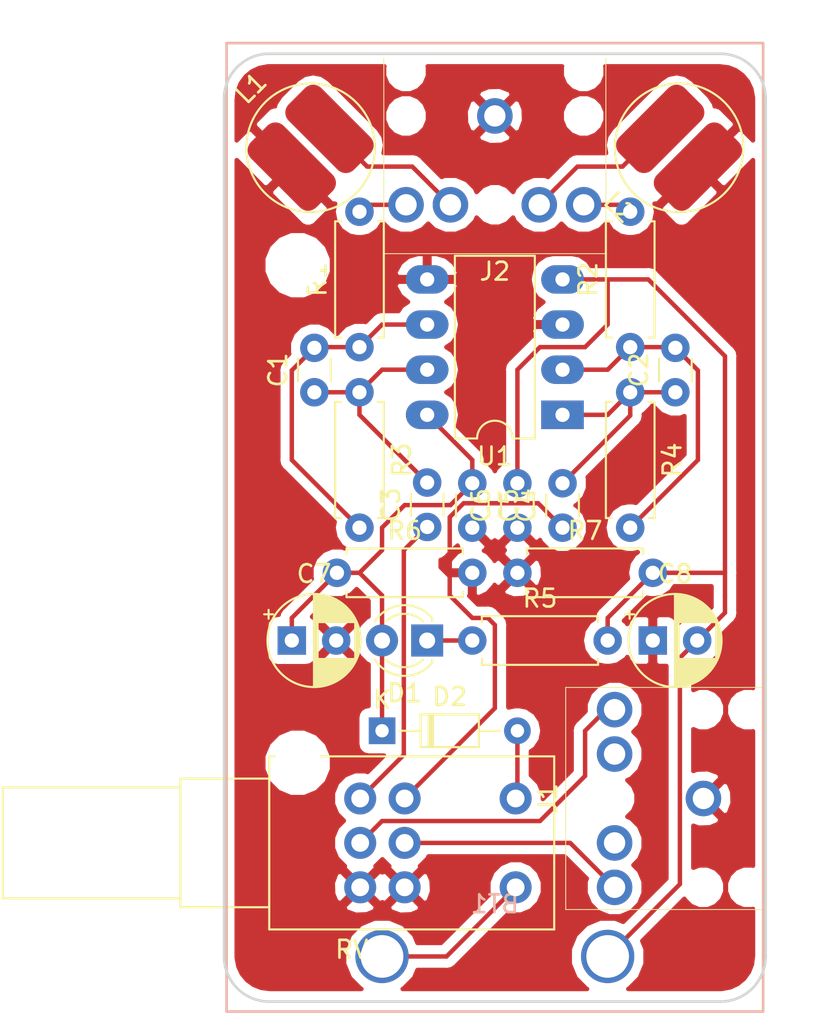
<source format=kicad_pcb>
(kicad_pcb (version 20171130) (host pcbnew 5.0.1)

  (general
    (thickness 1.6)
    (drawings 8)
    (tracks 95)
    (zones 0)
    (modules 24)
    (nets 21)
  )

  (page A4)
  (layers
    (0 F.Cu signal)
    (31 B.Cu signal)
    (32 B.Adhes user)
    (33 F.Adhes user)
    (34 B.Paste user)
    (35 F.Paste user)
    (36 B.SilkS user)
    (37 F.SilkS user)
    (38 B.Mask user)
    (39 F.Mask user)
    (40 Dwgs.User user)
    (41 Cmts.User user)
    (42 Eco1.User user)
    (43 Eco2.User user)
    (44 Edge.Cuts user)
    (45 Margin user)
    (46 B.CrtYd user)
    (47 F.CrtYd user)
    (48 B.Fab user)
    (49 F.Fab user)
  )

  (setup
    (last_trace_width 0.25)
    (trace_clearance 0.2)
    (zone_clearance 0.508)
    (zone_45_only no)
    (trace_min 0.2)
    (segment_width 0.2)
    (edge_width 0.15)
    (via_size 0.8)
    (via_drill 0.4)
    (via_min_size 0.4)
    (via_min_drill 0.3)
    (uvia_size 0.3)
    (uvia_drill 0.1)
    (uvias_allowed no)
    (uvia_min_size 0.2)
    (uvia_min_drill 0.1)
    (pcb_text_width 0.3)
    (pcb_text_size 1.5 1.5)
    (mod_edge_width 0.15)
    (mod_text_size 1 1)
    (mod_text_width 0.15)
    (pad_size 2.6 5.2)
    (pad_drill 0)
    (pad_to_mask_clearance 0.2)
    (solder_mask_min_width 0.25)
    (aux_axis_origin 0 0)
    (visible_elements FFFFFF7F)
    (pcbplotparams
      (layerselection 0x010fc_ffffffff)
      (usegerberextensions false)
      (usegerberattributes false)
      (usegerberadvancedattributes false)
      (creategerberjobfile false)
      (excludeedgelayer true)
      (linewidth 0.100000)
      (plotframeref false)
      (viasonmask false)
      (mode 1)
      (useauxorigin false)
      (hpglpennumber 1)
      (hpglpenspeed 20)
      (hpglpendiameter 15.000000)
      (psnegative false)
      (psa4output false)
      (plotreference true)
      (plotvalue true)
      (plotinvisibletext false)
      (padsonsilk false)
      (subtractmaskfromsilk false)
      (outputformat 1)
      (mirror false)
      (drillshape 1)
      (scaleselection 1)
      (outputdirectory ""))
  )

  (net 0 "")
  (net 1 +BATT)
  (net 2 GNDREF)
  (net 3 -BATT)
  (net 4 "Net-(D1-Pad1)")
  (net 5 "Net-(C2-Pad2)")
  (net 6 "Net-(C1-Pad2)")
  (net 7 "Net-(C4-Pad1)")
  (net 8 "Net-(J1-PadR)")
  (net 9 "Net-(C3-Pad1)")
  (net 10 "Net-(J1-PadT)")
  (net 11 "Net-(BT1-Pad1)")
  (net 12 AMPLIFIED_RIGHT)
  (net 13 AMPLIFIED_LEFT)
  (net 14 IN_RIGHT)
  (net 15 IN_LEFT)
  (net 16 "Net-(J2-PadRN)")
  (net 17 "Net-(J2-PadTN)")
  (net 18 "Net-(J1-PadTN)")
  (net 19 "Net-(J1-PadRN)")
  (net 20 "Net-(D2-Pad2)")

  (net_class Default "This is the default net class."
    (clearance 0.2)
    (trace_width 0.25)
    (via_dia 0.8)
    (via_drill 0.4)
    (uvia_dia 0.3)
    (uvia_drill 0.1)
    (add_net +BATT)
    (add_net -BATT)
    (add_net AMPLIFIED_LEFT)
    (add_net AMPLIFIED_RIGHT)
    (add_net GNDREF)
    (add_net IN_LEFT)
    (add_net IN_RIGHT)
    (add_net "Net-(BT1-Pad1)")
    (add_net "Net-(C1-Pad2)")
    (add_net "Net-(C2-Pad2)")
    (add_net "Net-(C3-Pad1)")
    (add_net "Net-(C4-Pad1)")
    (add_net "Net-(D1-Pad1)")
    (add_net "Net-(D2-Pad2)")
    (add_net "Net-(J1-PadR)")
    (add_net "Net-(J1-PadRN)")
    (add_net "Net-(J1-PadT)")
    (add_net "Net-(J1-PadTN)")
    (add_net "Net-(J2-PadRN)")
    (add_net "Net-(J2-PadTN)")
  )

  (module Diode_THT:D_DO-34_SOD68_P7.62mm_Horizontal (layer F.Cu) (tedit 5AE50CD5) (tstamp 5BD65E82)
    (at 177.8 101.6)
    (descr "Diode, DO-34_SOD68 series, Axial, Horizontal, pin pitch=7.62mm, , length*diameter=3.04*1.6mm^2, , https://www.nxp.com/docs/en/data-sheet/KTY83_SER.pdf")
    (tags "Diode DO-34_SOD68 series Axial Horizontal pin pitch 7.62mm  length 3.04mm diameter 1.6mm")
    (path /5BC9313C)
    (fp_text reference D2 (at 3.81 -1.92) (layer F.SilkS)
      (effects (font (size 1 1) (thickness 0.15)))
    )
    (fp_text value D_Schottky (at 3.81 1.92) (layer F.Fab)
      (effects (font (size 1 1) (thickness 0.15)))
    )
    (fp_line (start 2.29 -0.8) (end 2.29 0.8) (layer F.Fab) (width 0.1))
    (fp_line (start 2.29 0.8) (end 5.33 0.8) (layer F.Fab) (width 0.1))
    (fp_line (start 5.33 0.8) (end 5.33 -0.8) (layer F.Fab) (width 0.1))
    (fp_line (start 5.33 -0.8) (end 2.29 -0.8) (layer F.Fab) (width 0.1))
    (fp_line (start 0 0) (end 2.29 0) (layer F.Fab) (width 0.1))
    (fp_line (start 7.62 0) (end 5.33 0) (layer F.Fab) (width 0.1))
    (fp_line (start 2.746 -0.8) (end 2.746 0.8) (layer F.Fab) (width 0.1))
    (fp_line (start 2.846 -0.8) (end 2.846 0.8) (layer F.Fab) (width 0.1))
    (fp_line (start 2.646 -0.8) (end 2.646 0.8) (layer F.Fab) (width 0.1))
    (fp_line (start 2.17 -0.92) (end 2.17 0.92) (layer F.SilkS) (width 0.12))
    (fp_line (start 2.17 0.92) (end 5.45 0.92) (layer F.SilkS) (width 0.12))
    (fp_line (start 5.45 0.92) (end 5.45 -0.92) (layer F.SilkS) (width 0.12))
    (fp_line (start 5.45 -0.92) (end 2.17 -0.92) (layer F.SilkS) (width 0.12))
    (fp_line (start 0.99 0) (end 2.17 0) (layer F.SilkS) (width 0.12))
    (fp_line (start 6.63 0) (end 5.45 0) (layer F.SilkS) (width 0.12))
    (fp_line (start 2.746 -0.92) (end 2.746 0.92) (layer F.SilkS) (width 0.12))
    (fp_line (start 2.866 -0.92) (end 2.866 0.92) (layer F.SilkS) (width 0.12))
    (fp_line (start 2.626 -0.92) (end 2.626 0.92) (layer F.SilkS) (width 0.12))
    (fp_line (start -1 -1.05) (end -1 1.05) (layer F.CrtYd) (width 0.05))
    (fp_line (start -1 1.05) (end 8.63 1.05) (layer F.CrtYd) (width 0.05))
    (fp_line (start 8.63 1.05) (end 8.63 -1.05) (layer F.CrtYd) (width 0.05))
    (fp_line (start 8.63 -1.05) (end -1 -1.05) (layer F.CrtYd) (width 0.05))
    (fp_text user %R (at 4.038 0) (layer F.Fab)
      (effects (font (size 0.608 0.608) (thickness 0.0912)))
    )
    (fp_text user K (at 0 -1.75) (layer F.Fab)
      (effects (font (size 1 1) (thickness 0.15)))
    )
    (fp_text user K (at 0 -1.75) (layer F.SilkS)
      (effects (font (size 1 1) (thickness 0.15)))
    )
    (pad 1 thru_hole rect (at 0 0) (size 1.5 1.5) (drill 0.75) (layers *.Cu *.Mask)
      (net 1 +BATT))
    (pad 2 thru_hole oval (at 7.62 0) (size 1.5 1.5) (drill 0.75) (layers *.Cu *.Mask)
      (net 20 "Net-(D2-Pad2)"))
    (model ${KISYS3DMOD}/Diode_THT.3dshapes/D_DO-34_SOD68_P7.62mm_Horizontal.wrl
      (at (xyz 0 0 0))
      (scale (xyz 1 1 1))
      (rotate (xyz 0 0 0))
    )
  )

  (module LED_THT:LED_D3.0mm (layer F.Cu) (tedit 587A3A7B) (tstamp 5BD63023)
    (at 180.34 96.52 180)
    (descr "LED, diameter 3.0mm, 2 pins")
    (tags "LED diameter 3.0mm 2 pins")
    (path /5BC485F2)
    (fp_text reference D1 (at 1.27 -2.96 180) (layer F.SilkS)
      (effects (font (size 1 1) (thickness 0.15)))
    )
    (fp_text value LED (at 1.27 2.96 180) (layer F.Fab)
      (effects (font (size 1 1) (thickness 0.15)))
    )
    (fp_arc (start 1.27 0) (end -0.23 -1.16619) (angle 284.3) (layer F.Fab) (width 0.1))
    (fp_arc (start 1.27 0) (end -0.29 -1.235516) (angle 108.8) (layer F.SilkS) (width 0.12))
    (fp_arc (start 1.27 0) (end -0.29 1.235516) (angle -108.8) (layer F.SilkS) (width 0.12))
    (fp_arc (start 1.27 0) (end 0.229039 -1.08) (angle 87.9) (layer F.SilkS) (width 0.12))
    (fp_arc (start 1.27 0) (end 0.229039 1.08) (angle -87.9) (layer F.SilkS) (width 0.12))
    (fp_circle (center 1.27 0) (end 2.77 0) (layer F.Fab) (width 0.1))
    (fp_line (start -0.23 -1.16619) (end -0.23 1.16619) (layer F.Fab) (width 0.1))
    (fp_line (start -0.29 -1.236) (end -0.29 -1.08) (layer F.SilkS) (width 0.12))
    (fp_line (start -0.29 1.08) (end -0.29 1.236) (layer F.SilkS) (width 0.12))
    (fp_line (start -1.15 -2.25) (end -1.15 2.25) (layer F.CrtYd) (width 0.05))
    (fp_line (start -1.15 2.25) (end 3.7 2.25) (layer F.CrtYd) (width 0.05))
    (fp_line (start 3.7 2.25) (end 3.7 -2.25) (layer F.CrtYd) (width 0.05))
    (fp_line (start 3.7 -2.25) (end -1.15 -2.25) (layer F.CrtYd) (width 0.05))
    (pad 1 thru_hole rect (at 0 0 180) (size 1.8 1.8) (drill 0.9) (layers *.Cu *.Mask)
      (net 4 "Net-(D1-Pad1)"))
    (pad 2 thru_hole circle (at 2.54 0 180) (size 1.8 1.8) (drill 0.9) (layers *.Cu *.Mask)
      (net 1 +BATT))
    (model ${KISYS3DMOD}/LED_THT.3dshapes/LED_D3.0mm.wrl
      (at (xyz 0 0 0))
      (scale (xyz 1 1 1))
      (rotate (xyz 0 0 0))
    )
  )

  (module Connector_Audio:3F07 (layer F.Cu) (tedit 5BC845A2) (tstamp 5BD63C66)
    (at 199.39 105.41 180)
    (path /5BC9F7A3)
    (fp_text reference J1 (at 12.25 0 270) (layer F.SilkS)
      (effects (font (size 1 1) (thickness 0.15)))
    )
    (fp_text value "Audio Out" (at 6 0 270) (layer F.Fab)
      (effects (font (size 1 1) (thickness 0.15)))
    )
    (fp_line (start 0 -6) (end 0 6) (layer F.Fab) (width 0.05))
    (fp_line (start 0 6) (end 11 6) (layer F.Fab) (width 0.05))
    (fp_line (start 11 6) (end 11 -6) (layer F.Fab) (width 0.05))
    (fp_line (start 11 -6) (end 0 -6) (layer F.Fab) (width 0.05))
    (fp_line (start 0 -3) (end -3 -3) (layer F.Fab) (width 0.05))
    (fp_line (start -3 -3) (end -3 3) (layer F.Fab) (width 0.05))
    (fp_line (start -3 3) (end 0 3) (layer F.Fab) (width 0.05))
    (fp_line (start 0.25 -6.25) (end 11.25 -6.25) (layer F.SilkS) (width 0.05))
    (fp_line (start 11.25 -6.25) (end 11.25 6.25) (layer F.SilkS) (width 0.05))
    (fp_line (start 11.25 6.25) (end 0.25 6.25) (layer F.SilkS) (width 0.05))
    (fp_line (start 8.5 -5) (end 5.25 -5) (layer F.Fab) (width 0.05))
    (fp_line (start 5.25 -5) (end 5 -4.75) (layer F.Fab) (width 0.05))
    (fp_line (start 5 -4.75) (end 4.75 -5) (layer F.Fab) (width 0.05))
    (fp_line (start 8.5 -2.5) (end 6.25 -2.5) (layer F.Fab) (width 0.05))
    (fp_line (start 6.25 -2.5) (end 6.25 -5) (layer F.Fab) (width 0.05))
    (fp_line (start 6.25 -5) (end 6 -4.75) (layer F.Fab) (width 0.05))
    (fp_line (start 6.25 -5) (end 6.5 -4.75) (layer F.Fab) (width 0.05))
    (fp_line (start 8.5 5) (end 6 5) (layer F.Fab) (width 0.05))
    (fp_line (start 6 5) (end 5.75 4.75) (layer F.Fab) (width 0.05))
    (fp_line (start 5.75 4.75) (end 5.5 5) (layer F.Fab) (width 0.05))
    (fp_line (start 8.5 2.5) (end 7 2.5) (layer F.Fab) (width 0.05))
    (fp_line (start 7 2.5) (end 7 5) (layer F.Fab) (width 0.05))
    (fp_line (start 6.75 4.75) (end 7 5) (layer F.Fab) (width 0.05))
    (fp_line (start 7 5) (end 7.25 4.75) (layer F.Fab) (width 0.05))
    (pad T thru_hole circle (at 8.5 5 180) (size 2 2) (drill 1.2) (layers *.Cu *.Mask)
      (net 10 "Net-(J1-PadT)"))
    (pad TN thru_hole circle (at 8.5 2.5 180) (size 2 2) (drill 1.2) (layers *.Cu *.Mask)
      (net 18 "Net-(J1-PadTN)"))
    (pad RN thru_hole circle (at 8.5 -2.5 180) (size 2 2) (drill 1.2) (layers *.Cu *.Mask)
      (net 19 "Net-(J1-PadRN)"))
    (pad R thru_hole circle (at 8.5 -5 180) (size 2 2) (drill 1.2) (layers *.Cu *.Mask)
      (net 8 "Net-(J1-PadR)"))
    (pad S thru_hole circle (at 3.5 0 180) (size 2 2) (drill 1.2) (layers *.Cu *.Mask)
      (net 2 GNDREF))
    (pad "" np_thru_hole circle (at 1 -5 180) (size 1.2 1.2) (drill 1.2) (layers *.Cu *.Mask))
    (pad "" np_thru_hole circle (at 3.5 -5 180) (size 1.2 1.2) (drill 1.2) (layers *.Cu *.Mask))
    (pad "" np_thru_hole circle (at 1 5 180) (size 1.2 1.2) (drill 1.2) (layers *.Cu *.Mask))
    (pad "" np_thru_hole circle (at 3.5 5 180) (size 1.2 1.2) (drill 1.2) (layers *.Cu *.Mask))
    (pad "" np_thru_hole circle (at 8.5 0 180) (size 1.2 1.2) (drill 1.2) (layers *.Cu *.Mask))
  )

  (module Connector_Audio:3F07 (layer F.Cu) (tedit 5BC845A2) (tstamp 5BC8D74F)
    (at 184.15 63.5 270)
    (path /5BD0B820)
    (fp_text reference J2 (at 12.25 0) (layer F.SilkS)
      (effects (font (size 1 1) (thickness 0.15)))
    )
    (fp_text value "Audio In" (at 6 0) (layer F.Fab)
      (effects (font (size 1 1) (thickness 0.15)))
    )
    (fp_line (start 0 -6) (end 0 6) (layer F.Fab) (width 0.05))
    (fp_line (start 0 6) (end 11 6) (layer F.Fab) (width 0.05))
    (fp_line (start 11 6) (end 11 -6) (layer F.Fab) (width 0.05))
    (fp_line (start 11 -6) (end 0 -6) (layer F.Fab) (width 0.05))
    (fp_line (start 0 -3) (end -3 -3) (layer F.Fab) (width 0.05))
    (fp_line (start -3 -3) (end -3 3) (layer F.Fab) (width 0.05))
    (fp_line (start -3 3) (end 0 3) (layer F.Fab) (width 0.05))
    (fp_line (start 0.25 -6.25) (end 11.25 -6.25) (layer F.SilkS) (width 0.05))
    (fp_line (start 11.25 -6.25) (end 11.25 6.25) (layer F.SilkS) (width 0.05))
    (fp_line (start 11.25 6.25) (end 0.25 6.25) (layer F.SilkS) (width 0.05))
    (fp_line (start 8.5 -5) (end 5.25 -5) (layer F.Fab) (width 0.05))
    (fp_line (start 5.25 -5) (end 5 -4.75) (layer F.Fab) (width 0.05))
    (fp_line (start 5 -4.75) (end 4.75 -5) (layer F.Fab) (width 0.05))
    (fp_line (start 8.5 -2.5) (end 6.25 -2.5) (layer F.Fab) (width 0.05))
    (fp_line (start 6.25 -2.5) (end 6.25 -5) (layer F.Fab) (width 0.05))
    (fp_line (start 6.25 -5) (end 6 -4.75) (layer F.Fab) (width 0.05))
    (fp_line (start 6.25 -5) (end 6.5 -4.75) (layer F.Fab) (width 0.05))
    (fp_line (start 8.5 5) (end 6 5) (layer F.Fab) (width 0.05))
    (fp_line (start 6 5) (end 5.75 4.75) (layer F.Fab) (width 0.05))
    (fp_line (start 5.75 4.75) (end 5.5 5) (layer F.Fab) (width 0.05))
    (fp_line (start 8.5 2.5) (end 7 2.5) (layer F.Fab) (width 0.05))
    (fp_line (start 7 2.5) (end 7 5) (layer F.Fab) (width 0.05))
    (fp_line (start 6.75 4.75) (end 7 5) (layer F.Fab) (width 0.05))
    (fp_line (start 7 5) (end 7.25 4.75) (layer F.Fab) (width 0.05))
    (pad T thru_hole circle (at 8.5 5 270) (size 2 2) (drill 1.2) (layers *.Cu *.Mask)
      (net 15 IN_LEFT))
    (pad TN thru_hole circle (at 8.5 2.5 270) (size 2 2) (drill 1.2) (layers *.Cu *.Mask)
      (net 17 "Net-(J2-PadTN)"))
    (pad RN thru_hole circle (at 8.5 -2.5 270) (size 2 2) (drill 1.2) (layers *.Cu *.Mask)
      (net 16 "Net-(J2-PadRN)"))
    (pad R thru_hole circle (at 8.5 -5 270) (size 2 2) (drill 1.2) (layers *.Cu *.Mask)
      (net 14 IN_RIGHT))
    (pad S thru_hole circle (at 3.5 0 270) (size 2 2) (drill 1.2) (layers *.Cu *.Mask)
      (net 2 GNDREF))
    (pad "" np_thru_hole circle (at 1 -5 270) (size 1.2 1.2) (drill 1.2) (layers *.Cu *.Mask))
    (pad "" np_thru_hole circle (at 3.5 -5 270) (size 1.2 1.2) (drill 1.2) (layers *.Cu *.Mask))
    (pad "" np_thru_hole circle (at 1 5 270) (size 1.2 1.2) (drill 1.2) (layers *.Cu *.Mask))
    (pad "" np_thru_hole circle (at 3.5 5 270) (size 1.2 1.2) (drill 1.2) (layers *.Cu *.Mask))
    (pad "" np_thru_hole circle (at 8.5 0 270) (size 1.2 1.2) (drill 1.2) (layers *.Cu *.Mask))
  )

  (module Inductor_THT:L_Radial_D7.0mm_P3.00mm (layer F.Cu) (tedit 5BC844C1) (tstamp 5BC89449)
    (at 172.72 69.85 45)
    (descr "Inductor, Radial series, Radial, pin pitch=3.00mm, , diameter=7mm, http://www.abracon.com/Magnetics/radial/AIUR-16.pdf")
    (tags "Inductor Radial series Radial pin pitch 3.00mm  diameter 7mm")
    (path /5BCF29AD)
    (fp_text reference L1 (at 1.5 -4.75 45) (layer F.SilkS)
      (effects (font (size 1 1) (thickness 0.15)))
    )
    (fp_text value 10mH (at 1.5 4.75 45) (layer F.Fab)
      (effects (font (size 1 1) (thickness 0.15)))
    )
    (fp_text user %R (at 1.5 0 45) (layer F.Fab)
      (effects (font (size 1 1) (thickness 0.15)))
    )
    (fp_circle (center 1.5 0) (end 5.250001 0) (layer F.CrtYd) (width 0.05))
    (fp_circle (center 1.5 0) (end 5.12 0) (layer F.SilkS) (width 0.12))
    (fp_circle (center 1.5 0) (end 5 0) (layer F.Fab) (width 0.1))
    (pad 2 connect roundrect (at 3 0 45) (size 2.6 5.2) (layers F.Cu F.Mask) (roundrect_rratio 0.25)
      (net 17 "Net-(J2-PadTN)"))
    (pad 1 connect roundrect (at 0 0 45) (size 2.6 5.2) (layers F.Cu F.Mask) (roundrect_rratio 0.25)
      (net 2 GNDREF))
    (model ${KISYS3DMOD}/Inductor_THT.3dshapes/L_Radial_D7.0mm_P3.00mm.wrl
      (offset (xyz 0 2.6 0))
      (scale (xyz 1 1 1))
      (rotate (xyz 90 0 0))
    )
  )

  (module Inductor_THT:L_Radial_D7.0mm_P3.00mm (layer F.Cu) (tedit 5BC844A7) (tstamp 5BC89440)
    (at 195.58 69.85 135)
    (descr "Inductor, Radial series, Radial, pin pitch=3.00mm, , diameter=7mm, http://www.abracon.com/Magnetics/radial/AIUR-16.pdf")
    (tags "Inductor Radial series Radial pin pitch 3.00mm  diameter 7mm")
    (path /5BD14546)
    (fp_text reference L2 (at 1.5 -4.75 135) (layer F.SilkS)
      (effects (font (size 1 1) (thickness 0.15)))
    )
    (fp_text value 10mH (at 1.5 4.75 135) (layer F.Fab)
      (effects (font (size 1 1) (thickness 0.15)))
    )
    (fp_circle (center 1.5 0) (end 5 0) (layer F.Fab) (width 0.1))
    (fp_circle (center 1.5 0) (end 5.12 0) (layer F.SilkS) (width 0.12))
    (fp_circle (center 1.5 0) (end 5.25 0) (layer F.CrtYd) (width 0.05))
    (fp_text user %R (at 1.5 0 135) (layer F.Fab)
      (effects (font (size 1 1) (thickness 0.15)))
    )
    (pad 1 connect roundrect (at 0 0 135) (size 2.6 5.2) (layers F.Cu F.Mask) (roundrect_rratio 0.25)
      (net 2 GNDREF))
    (pad 2 connect roundrect (at 3 0 135) (size 2.6 5.2) (layers F.Cu F.Mask) (roundrect_rratio 0.25)
      (net 16 "Net-(J2-PadRN)"))
    (model ${KISYS3DMOD}/Inductor_THT.3dshapes/L_Radial_D7.0mm_P3.00mm.wrl
      (offset (xyz 0 -2.6 0))
      (scale (xyz 1 1 1))
      (rotate (xyz -90 0 0))
    )
  )

  (module Battery:BatteryHolder_Eagle_12BH611-GR (layer B.Cu) (tedit 5BC83EA3) (tstamp 5BC855D3)
    (at 177.8 114.3 270)
    (descr https://eu.mouser.com/datasheet/2/209/EPD-200766-1274481.pdf)
    (tags "9V Battery Holder")
    (path /5BC30C06)
    (fp_text reference BT1 (at -2.95 -6.35) (layer B.SilkS)
      (effects (font (size 1 1) (thickness 0.15)) (justify mirror))
    )
    (fp_text value Battery (at 0 -6.35 180) (layer B.Fab)
      (effects (font (size 1 1) (thickness 0.15)) (justify mirror))
    )
    (fp_line (start -51.4 8.75) (end 3.1 8.75) (layer B.SilkS) (width 0.15))
    (fp_line (start 3.1 8.75) (end 3.1 -21.45) (layer B.SilkS) (width 0.15))
    (fp_line (start 3.1 -21.45) (end -51.4 -21.45) (layer B.SilkS) (width 0.15))
    (fp_line (start -51.4 -21.45) (end -51.4 8.75) (layer B.SilkS) (width 0.15))
    (fp_text user + (at -7 -12.7 270) (layer B.Fab)
      (effects (font (size 3 3) (thickness 0.45)) (justify mirror))
    )
    (fp_text user - (at -7 0 270) (layer B.Fab)
      (effects (font (size 3 3) (thickness 0.45)) (justify mirror))
    )
    (fp_line (start -51.9 9.25) (end 3.6 9.25) (layer B.CrtYd) (width 0.05))
    (fp_line (start 3.6 9.25) (end 3.6 -21.95) (layer B.CrtYd) (width 0.05))
    (fp_line (start 3.6 -21.95) (end -51.9 -21.95) (layer B.CrtYd) (width 0.05))
    (fp_line (start -51.9 -21.95) (end -51.9 9.25) (layer B.CrtYd) (width 0.05))
    (fp_line (start 1.85 -21.45) (end 1.85 8.75) (layer B.Fab) (width 0.15))
    (fp_line (start -2 8.75) (end -2 -21.45) (layer B.Fab) (width 0.15))
    (fp_line (start -2 2.05) (end -4 2.05) (layer B.Fab) (width 0.15))
    (fp_line (start -4 2.05) (end -4 -2.05) (layer B.Fab) (width 0.15))
    (fp_line (start -4 -2.05) (end -2 -2.05) (layer B.Fab) (width 0.15))
    (fp_line (start -2 -12.45) (end -4 -12.45) (layer B.Fab) (width 0.15))
    (fp_line (start -4 -10.15) (end -4 -15.25) (layer B.Fab) (width 0.15))
    (fp_line (start -4 -12.95) (end -2 -12.95) (layer B.Fab) (width 0.15))
    (fp_line (start -4 -10.65) (end -2 -10.65) (layer B.Fab) (width 0.15))
    (fp_line (start -2 -10.15) (end -4 -10.15) (layer B.Fab) (width 0.15))
    (fp_line (start -4 -15.25) (end -2 -15.25) (layer B.Fab) (width 0.15))
    (fp_line (start -2 -14.75) (end -4 -14.75) (layer B.Fab) (width 0.15))
    (fp_line (start -2 6.65) (end -27 6.65) (layer B.Fab) (width 0.15))
    (fp_line (start -27 6.65) (end -27 8.75) (layer B.Fab) (width 0.15))
    (fp_line (start -2 -19.35) (end -27 -19.35) (layer B.Fab) (width 0.15))
    (fp_line (start -27 -19.35) (end -27 -21.45) (layer B.Fab) (width 0.15))
    (fp_line (start -51.4 2.65) (end -47 2.65) (layer B.Fab) (width 0.15))
    (fp_line (start -51.4 -15.35) (end -47 -15.35) (layer B.Fab) (width 0.15))
    (fp_line (start -50 -15.35) (end -50 2.65) (layer B.Fab) (width 0.15))
    (fp_line (start -49 -15.35) (end -49 2.65) (layer B.Fab) (width 0.15))
    (fp_line (start -48 -15.35) (end -48 2.65) (layer B.Fab) (width 0.15))
    (fp_line (start -47 -15.35) (end -47 2.65) (layer B.Fab) (width 0.15))
    (fp_line (start -51.4 -21.45) (end -51.4 8.75) (layer B.Fab) (width 0.15))
    (fp_line (start -51.4 8.75) (end 3.1 8.75) (layer B.Fab) (width 0.15))
    (fp_line (start 3.1 -21.45) (end -51.4 -21.45) (layer B.Fab) (width 0.15))
    (fp_line (start 3.1 8.75) (end 3.1 -21.45) (layer B.Fab) (width 0.15))
    (fp_text user %R (at -2.95 -6.35 180) (layer B.Fab)
      (effects (font (size 1 1) (thickness 0.15)) (justify mirror))
    )
    (pad 1 thru_hole circle (at 0 0 270) (size 3 3) (drill 2.4) (layers *.Cu *.Mask)
      (net 11 "Net-(BT1-Pad1)"))
    (pad 2 thru_hole circle (at 0 -12.7 180) (size 3 3) (drill 2.4) (layers *.Cu *.Mask)
      (net 3 -BATT))
    (pad "" np_thru_hole circle (at -10.9 4.75 270) (size 2.6 2.6) (drill 2.6) (layers *.Cu *.Mask))
    (pad "" np_thru_hole circle (at -38.9 4.75 270) (size 2.6 2.6) (drill 2.6) (layers *.Cu *.Mask))
    (pad "" np_thru_hole circle (at -24.15 -17.45 270) (size 2.6 2.6) (drill 2.6) (layers *.Cu *.Mask))
    (model ${KISYS3DMOD}/Battery.3dshapes/BatteryHolder_Bulgin_Eagle_12BH611-GR.wrl
      (at (xyz 0 0 0))
      (scale (xyz 1 1 1))
      (rotate (xyz 0 0 0))
    )
  )

  (module Capacitor_THT:CP_Radial_D5.0mm_P2.50mm (layer F.Cu) (tedit 5AE50EF0) (tstamp 5BD08883)
    (at 172.72 96.52)
    (descr "CP, Radial series, Radial, pin pitch=2.50mm, , diameter=5mm, Electrolytic Capacitor")
    (tags "CP Radial series Radial pin pitch 2.50mm  diameter 5mm Electrolytic Capacitor")
    (path /5BC3F50C)
    (fp_text reference C7 (at 1.25 -3.75) (layer F.SilkS)
      (effects (font (size 1 1) (thickness 0.15)))
    )
    (fp_text value CP (at 1.25 3.75) (layer F.Fab)
      (effects (font (size 1 1) (thickness 0.15)))
    )
    (fp_text user %R (at 1.25 0) (layer F.Fab)
      (effects (font (size 1 1) (thickness 0.15)))
    )
    (fp_line (start -1.304775 -1.725) (end -1.304775 -1.225) (layer F.SilkS) (width 0.12))
    (fp_line (start -1.554775 -1.475) (end -1.054775 -1.475) (layer F.SilkS) (width 0.12))
    (fp_line (start 3.851 -0.284) (end 3.851 0.284) (layer F.SilkS) (width 0.12))
    (fp_line (start 3.811 -0.518) (end 3.811 0.518) (layer F.SilkS) (width 0.12))
    (fp_line (start 3.771 -0.677) (end 3.771 0.677) (layer F.SilkS) (width 0.12))
    (fp_line (start 3.731 -0.805) (end 3.731 0.805) (layer F.SilkS) (width 0.12))
    (fp_line (start 3.691 -0.915) (end 3.691 0.915) (layer F.SilkS) (width 0.12))
    (fp_line (start 3.651 -1.011) (end 3.651 1.011) (layer F.SilkS) (width 0.12))
    (fp_line (start 3.611 -1.098) (end 3.611 1.098) (layer F.SilkS) (width 0.12))
    (fp_line (start 3.571 -1.178) (end 3.571 1.178) (layer F.SilkS) (width 0.12))
    (fp_line (start 3.531 1.04) (end 3.531 1.251) (layer F.SilkS) (width 0.12))
    (fp_line (start 3.531 -1.251) (end 3.531 -1.04) (layer F.SilkS) (width 0.12))
    (fp_line (start 3.491 1.04) (end 3.491 1.319) (layer F.SilkS) (width 0.12))
    (fp_line (start 3.491 -1.319) (end 3.491 -1.04) (layer F.SilkS) (width 0.12))
    (fp_line (start 3.451 1.04) (end 3.451 1.383) (layer F.SilkS) (width 0.12))
    (fp_line (start 3.451 -1.383) (end 3.451 -1.04) (layer F.SilkS) (width 0.12))
    (fp_line (start 3.411 1.04) (end 3.411 1.443) (layer F.SilkS) (width 0.12))
    (fp_line (start 3.411 -1.443) (end 3.411 -1.04) (layer F.SilkS) (width 0.12))
    (fp_line (start 3.371 1.04) (end 3.371 1.5) (layer F.SilkS) (width 0.12))
    (fp_line (start 3.371 -1.5) (end 3.371 -1.04) (layer F.SilkS) (width 0.12))
    (fp_line (start 3.331 1.04) (end 3.331 1.554) (layer F.SilkS) (width 0.12))
    (fp_line (start 3.331 -1.554) (end 3.331 -1.04) (layer F.SilkS) (width 0.12))
    (fp_line (start 3.291 1.04) (end 3.291 1.605) (layer F.SilkS) (width 0.12))
    (fp_line (start 3.291 -1.605) (end 3.291 -1.04) (layer F.SilkS) (width 0.12))
    (fp_line (start 3.251 1.04) (end 3.251 1.653) (layer F.SilkS) (width 0.12))
    (fp_line (start 3.251 -1.653) (end 3.251 -1.04) (layer F.SilkS) (width 0.12))
    (fp_line (start 3.211 1.04) (end 3.211 1.699) (layer F.SilkS) (width 0.12))
    (fp_line (start 3.211 -1.699) (end 3.211 -1.04) (layer F.SilkS) (width 0.12))
    (fp_line (start 3.171 1.04) (end 3.171 1.743) (layer F.SilkS) (width 0.12))
    (fp_line (start 3.171 -1.743) (end 3.171 -1.04) (layer F.SilkS) (width 0.12))
    (fp_line (start 3.131 1.04) (end 3.131 1.785) (layer F.SilkS) (width 0.12))
    (fp_line (start 3.131 -1.785) (end 3.131 -1.04) (layer F.SilkS) (width 0.12))
    (fp_line (start 3.091 1.04) (end 3.091 1.826) (layer F.SilkS) (width 0.12))
    (fp_line (start 3.091 -1.826) (end 3.091 -1.04) (layer F.SilkS) (width 0.12))
    (fp_line (start 3.051 1.04) (end 3.051 1.864) (layer F.SilkS) (width 0.12))
    (fp_line (start 3.051 -1.864) (end 3.051 -1.04) (layer F.SilkS) (width 0.12))
    (fp_line (start 3.011 1.04) (end 3.011 1.901) (layer F.SilkS) (width 0.12))
    (fp_line (start 3.011 -1.901) (end 3.011 -1.04) (layer F.SilkS) (width 0.12))
    (fp_line (start 2.971 1.04) (end 2.971 1.937) (layer F.SilkS) (width 0.12))
    (fp_line (start 2.971 -1.937) (end 2.971 -1.04) (layer F.SilkS) (width 0.12))
    (fp_line (start 2.931 1.04) (end 2.931 1.971) (layer F.SilkS) (width 0.12))
    (fp_line (start 2.931 -1.971) (end 2.931 -1.04) (layer F.SilkS) (width 0.12))
    (fp_line (start 2.891 1.04) (end 2.891 2.004) (layer F.SilkS) (width 0.12))
    (fp_line (start 2.891 -2.004) (end 2.891 -1.04) (layer F.SilkS) (width 0.12))
    (fp_line (start 2.851 1.04) (end 2.851 2.035) (layer F.SilkS) (width 0.12))
    (fp_line (start 2.851 -2.035) (end 2.851 -1.04) (layer F.SilkS) (width 0.12))
    (fp_line (start 2.811 1.04) (end 2.811 2.065) (layer F.SilkS) (width 0.12))
    (fp_line (start 2.811 -2.065) (end 2.811 -1.04) (layer F.SilkS) (width 0.12))
    (fp_line (start 2.771 1.04) (end 2.771 2.095) (layer F.SilkS) (width 0.12))
    (fp_line (start 2.771 -2.095) (end 2.771 -1.04) (layer F.SilkS) (width 0.12))
    (fp_line (start 2.731 1.04) (end 2.731 2.122) (layer F.SilkS) (width 0.12))
    (fp_line (start 2.731 -2.122) (end 2.731 -1.04) (layer F.SilkS) (width 0.12))
    (fp_line (start 2.691 1.04) (end 2.691 2.149) (layer F.SilkS) (width 0.12))
    (fp_line (start 2.691 -2.149) (end 2.691 -1.04) (layer F.SilkS) (width 0.12))
    (fp_line (start 2.651 1.04) (end 2.651 2.175) (layer F.SilkS) (width 0.12))
    (fp_line (start 2.651 -2.175) (end 2.651 -1.04) (layer F.SilkS) (width 0.12))
    (fp_line (start 2.611 1.04) (end 2.611 2.2) (layer F.SilkS) (width 0.12))
    (fp_line (start 2.611 -2.2) (end 2.611 -1.04) (layer F.SilkS) (width 0.12))
    (fp_line (start 2.571 1.04) (end 2.571 2.224) (layer F.SilkS) (width 0.12))
    (fp_line (start 2.571 -2.224) (end 2.571 -1.04) (layer F.SilkS) (width 0.12))
    (fp_line (start 2.531 1.04) (end 2.531 2.247) (layer F.SilkS) (width 0.12))
    (fp_line (start 2.531 -2.247) (end 2.531 -1.04) (layer F.SilkS) (width 0.12))
    (fp_line (start 2.491 1.04) (end 2.491 2.268) (layer F.SilkS) (width 0.12))
    (fp_line (start 2.491 -2.268) (end 2.491 -1.04) (layer F.SilkS) (width 0.12))
    (fp_line (start 2.451 1.04) (end 2.451 2.29) (layer F.SilkS) (width 0.12))
    (fp_line (start 2.451 -2.29) (end 2.451 -1.04) (layer F.SilkS) (width 0.12))
    (fp_line (start 2.411 1.04) (end 2.411 2.31) (layer F.SilkS) (width 0.12))
    (fp_line (start 2.411 -2.31) (end 2.411 -1.04) (layer F.SilkS) (width 0.12))
    (fp_line (start 2.371 1.04) (end 2.371 2.329) (layer F.SilkS) (width 0.12))
    (fp_line (start 2.371 -2.329) (end 2.371 -1.04) (layer F.SilkS) (width 0.12))
    (fp_line (start 2.331 1.04) (end 2.331 2.348) (layer F.SilkS) (width 0.12))
    (fp_line (start 2.331 -2.348) (end 2.331 -1.04) (layer F.SilkS) (width 0.12))
    (fp_line (start 2.291 1.04) (end 2.291 2.365) (layer F.SilkS) (width 0.12))
    (fp_line (start 2.291 -2.365) (end 2.291 -1.04) (layer F.SilkS) (width 0.12))
    (fp_line (start 2.251 1.04) (end 2.251 2.382) (layer F.SilkS) (width 0.12))
    (fp_line (start 2.251 -2.382) (end 2.251 -1.04) (layer F.SilkS) (width 0.12))
    (fp_line (start 2.211 1.04) (end 2.211 2.398) (layer F.SilkS) (width 0.12))
    (fp_line (start 2.211 -2.398) (end 2.211 -1.04) (layer F.SilkS) (width 0.12))
    (fp_line (start 2.171 1.04) (end 2.171 2.414) (layer F.SilkS) (width 0.12))
    (fp_line (start 2.171 -2.414) (end 2.171 -1.04) (layer F.SilkS) (width 0.12))
    (fp_line (start 2.131 1.04) (end 2.131 2.428) (layer F.SilkS) (width 0.12))
    (fp_line (start 2.131 -2.428) (end 2.131 -1.04) (layer F.SilkS) (width 0.12))
    (fp_line (start 2.091 1.04) (end 2.091 2.442) (layer F.SilkS) (width 0.12))
    (fp_line (start 2.091 -2.442) (end 2.091 -1.04) (layer F.SilkS) (width 0.12))
    (fp_line (start 2.051 1.04) (end 2.051 2.455) (layer F.SilkS) (width 0.12))
    (fp_line (start 2.051 -2.455) (end 2.051 -1.04) (layer F.SilkS) (width 0.12))
    (fp_line (start 2.011 1.04) (end 2.011 2.468) (layer F.SilkS) (width 0.12))
    (fp_line (start 2.011 -2.468) (end 2.011 -1.04) (layer F.SilkS) (width 0.12))
    (fp_line (start 1.971 1.04) (end 1.971 2.48) (layer F.SilkS) (width 0.12))
    (fp_line (start 1.971 -2.48) (end 1.971 -1.04) (layer F.SilkS) (width 0.12))
    (fp_line (start 1.93 1.04) (end 1.93 2.491) (layer F.SilkS) (width 0.12))
    (fp_line (start 1.93 -2.491) (end 1.93 -1.04) (layer F.SilkS) (width 0.12))
    (fp_line (start 1.89 1.04) (end 1.89 2.501) (layer F.SilkS) (width 0.12))
    (fp_line (start 1.89 -2.501) (end 1.89 -1.04) (layer F.SilkS) (width 0.12))
    (fp_line (start 1.85 1.04) (end 1.85 2.511) (layer F.SilkS) (width 0.12))
    (fp_line (start 1.85 -2.511) (end 1.85 -1.04) (layer F.SilkS) (width 0.12))
    (fp_line (start 1.81 1.04) (end 1.81 2.52) (layer F.SilkS) (width 0.12))
    (fp_line (start 1.81 -2.52) (end 1.81 -1.04) (layer F.SilkS) (width 0.12))
    (fp_line (start 1.77 1.04) (end 1.77 2.528) (layer F.SilkS) (width 0.12))
    (fp_line (start 1.77 -2.528) (end 1.77 -1.04) (layer F.SilkS) (width 0.12))
    (fp_line (start 1.73 1.04) (end 1.73 2.536) (layer F.SilkS) (width 0.12))
    (fp_line (start 1.73 -2.536) (end 1.73 -1.04) (layer F.SilkS) (width 0.12))
    (fp_line (start 1.69 1.04) (end 1.69 2.543) (layer F.SilkS) (width 0.12))
    (fp_line (start 1.69 -2.543) (end 1.69 -1.04) (layer F.SilkS) (width 0.12))
    (fp_line (start 1.65 1.04) (end 1.65 2.55) (layer F.SilkS) (width 0.12))
    (fp_line (start 1.65 -2.55) (end 1.65 -1.04) (layer F.SilkS) (width 0.12))
    (fp_line (start 1.61 1.04) (end 1.61 2.556) (layer F.SilkS) (width 0.12))
    (fp_line (start 1.61 -2.556) (end 1.61 -1.04) (layer F.SilkS) (width 0.12))
    (fp_line (start 1.57 1.04) (end 1.57 2.561) (layer F.SilkS) (width 0.12))
    (fp_line (start 1.57 -2.561) (end 1.57 -1.04) (layer F.SilkS) (width 0.12))
    (fp_line (start 1.53 1.04) (end 1.53 2.565) (layer F.SilkS) (width 0.12))
    (fp_line (start 1.53 -2.565) (end 1.53 -1.04) (layer F.SilkS) (width 0.12))
    (fp_line (start 1.49 1.04) (end 1.49 2.569) (layer F.SilkS) (width 0.12))
    (fp_line (start 1.49 -2.569) (end 1.49 -1.04) (layer F.SilkS) (width 0.12))
    (fp_line (start 1.45 -2.573) (end 1.45 2.573) (layer F.SilkS) (width 0.12))
    (fp_line (start 1.41 -2.576) (end 1.41 2.576) (layer F.SilkS) (width 0.12))
    (fp_line (start 1.37 -2.578) (end 1.37 2.578) (layer F.SilkS) (width 0.12))
    (fp_line (start 1.33 -2.579) (end 1.33 2.579) (layer F.SilkS) (width 0.12))
    (fp_line (start 1.29 -2.58) (end 1.29 2.58) (layer F.SilkS) (width 0.12))
    (fp_line (start 1.25 -2.58) (end 1.25 2.58) (layer F.SilkS) (width 0.12))
    (fp_line (start -0.633605 -1.3375) (end -0.633605 -0.8375) (layer F.Fab) (width 0.1))
    (fp_line (start -0.883605 -1.0875) (end -0.383605 -1.0875) (layer F.Fab) (width 0.1))
    (fp_circle (center 1.25 0) (end 4 0) (layer F.CrtYd) (width 0.05))
    (fp_circle (center 1.25 0) (end 3.87 0) (layer F.SilkS) (width 0.12))
    (fp_circle (center 1.25 0) (end 3.75 0) (layer F.Fab) (width 0.1))
    (pad 2 thru_hole circle (at 2.5 0) (size 1.6 1.6) (drill 0.8) (layers *.Cu *.Mask)
      (net 2 GNDREF))
    (pad 1 thru_hole rect (at 0 0) (size 1.6 1.6) (drill 0.8) (layers *.Cu *.Mask)
      (net 1 +BATT))
    (model ${KISYS3DMOD}/Capacitor_THT.3dshapes/CP_Radial_D5.0mm_P2.50mm.wrl
      (at (xyz 0 0 0))
      (scale (xyz 1 1 1))
      (rotate (xyz 0 0 0))
    )
  )

  (module Capacitor_THT:CP_Radial_D5.0mm_P2.50mm (layer F.Cu) (tedit 5AE50EF0) (tstamp 5BD0ACFF)
    (at 193.04 96.52)
    (descr "CP, Radial series, Radial, pin pitch=2.50mm, , diameter=5mm, Electrolytic Capacitor")
    (tags "CP Radial series Radial pin pitch 2.50mm  diameter 5mm Electrolytic Capacitor")
    (path /5BC3F55E)
    (fp_text reference C8 (at 1.25 -3.75) (layer F.SilkS)
      (effects (font (size 1 1) (thickness 0.15)))
    )
    (fp_text value CP (at 1.25 3.75) (layer F.Fab)
      (effects (font (size 1 1) (thickness 0.15)))
    )
    (fp_circle (center 1.25 0) (end 3.75 0) (layer F.Fab) (width 0.1))
    (fp_circle (center 1.25 0) (end 3.87 0) (layer F.SilkS) (width 0.12))
    (fp_circle (center 1.25 0) (end 4 0) (layer F.CrtYd) (width 0.05))
    (fp_line (start -0.883605 -1.0875) (end -0.383605 -1.0875) (layer F.Fab) (width 0.1))
    (fp_line (start -0.633605 -1.3375) (end -0.633605 -0.8375) (layer F.Fab) (width 0.1))
    (fp_line (start 1.25 -2.58) (end 1.25 2.58) (layer F.SilkS) (width 0.12))
    (fp_line (start 1.29 -2.58) (end 1.29 2.58) (layer F.SilkS) (width 0.12))
    (fp_line (start 1.33 -2.579) (end 1.33 2.579) (layer F.SilkS) (width 0.12))
    (fp_line (start 1.37 -2.578) (end 1.37 2.578) (layer F.SilkS) (width 0.12))
    (fp_line (start 1.41 -2.576) (end 1.41 2.576) (layer F.SilkS) (width 0.12))
    (fp_line (start 1.45 -2.573) (end 1.45 2.573) (layer F.SilkS) (width 0.12))
    (fp_line (start 1.49 -2.569) (end 1.49 -1.04) (layer F.SilkS) (width 0.12))
    (fp_line (start 1.49 1.04) (end 1.49 2.569) (layer F.SilkS) (width 0.12))
    (fp_line (start 1.53 -2.565) (end 1.53 -1.04) (layer F.SilkS) (width 0.12))
    (fp_line (start 1.53 1.04) (end 1.53 2.565) (layer F.SilkS) (width 0.12))
    (fp_line (start 1.57 -2.561) (end 1.57 -1.04) (layer F.SilkS) (width 0.12))
    (fp_line (start 1.57 1.04) (end 1.57 2.561) (layer F.SilkS) (width 0.12))
    (fp_line (start 1.61 -2.556) (end 1.61 -1.04) (layer F.SilkS) (width 0.12))
    (fp_line (start 1.61 1.04) (end 1.61 2.556) (layer F.SilkS) (width 0.12))
    (fp_line (start 1.65 -2.55) (end 1.65 -1.04) (layer F.SilkS) (width 0.12))
    (fp_line (start 1.65 1.04) (end 1.65 2.55) (layer F.SilkS) (width 0.12))
    (fp_line (start 1.69 -2.543) (end 1.69 -1.04) (layer F.SilkS) (width 0.12))
    (fp_line (start 1.69 1.04) (end 1.69 2.543) (layer F.SilkS) (width 0.12))
    (fp_line (start 1.73 -2.536) (end 1.73 -1.04) (layer F.SilkS) (width 0.12))
    (fp_line (start 1.73 1.04) (end 1.73 2.536) (layer F.SilkS) (width 0.12))
    (fp_line (start 1.77 -2.528) (end 1.77 -1.04) (layer F.SilkS) (width 0.12))
    (fp_line (start 1.77 1.04) (end 1.77 2.528) (layer F.SilkS) (width 0.12))
    (fp_line (start 1.81 -2.52) (end 1.81 -1.04) (layer F.SilkS) (width 0.12))
    (fp_line (start 1.81 1.04) (end 1.81 2.52) (layer F.SilkS) (width 0.12))
    (fp_line (start 1.85 -2.511) (end 1.85 -1.04) (layer F.SilkS) (width 0.12))
    (fp_line (start 1.85 1.04) (end 1.85 2.511) (layer F.SilkS) (width 0.12))
    (fp_line (start 1.89 -2.501) (end 1.89 -1.04) (layer F.SilkS) (width 0.12))
    (fp_line (start 1.89 1.04) (end 1.89 2.501) (layer F.SilkS) (width 0.12))
    (fp_line (start 1.93 -2.491) (end 1.93 -1.04) (layer F.SilkS) (width 0.12))
    (fp_line (start 1.93 1.04) (end 1.93 2.491) (layer F.SilkS) (width 0.12))
    (fp_line (start 1.971 -2.48) (end 1.971 -1.04) (layer F.SilkS) (width 0.12))
    (fp_line (start 1.971 1.04) (end 1.971 2.48) (layer F.SilkS) (width 0.12))
    (fp_line (start 2.011 -2.468) (end 2.011 -1.04) (layer F.SilkS) (width 0.12))
    (fp_line (start 2.011 1.04) (end 2.011 2.468) (layer F.SilkS) (width 0.12))
    (fp_line (start 2.051 -2.455) (end 2.051 -1.04) (layer F.SilkS) (width 0.12))
    (fp_line (start 2.051 1.04) (end 2.051 2.455) (layer F.SilkS) (width 0.12))
    (fp_line (start 2.091 -2.442) (end 2.091 -1.04) (layer F.SilkS) (width 0.12))
    (fp_line (start 2.091 1.04) (end 2.091 2.442) (layer F.SilkS) (width 0.12))
    (fp_line (start 2.131 -2.428) (end 2.131 -1.04) (layer F.SilkS) (width 0.12))
    (fp_line (start 2.131 1.04) (end 2.131 2.428) (layer F.SilkS) (width 0.12))
    (fp_line (start 2.171 -2.414) (end 2.171 -1.04) (layer F.SilkS) (width 0.12))
    (fp_line (start 2.171 1.04) (end 2.171 2.414) (layer F.SilkS) (width 0.12))
    (fp_line (start 2.211 -2.398) (end 2.211 -1.04) (layer F.SilkS) (width 0.12))
    (fp_line (start 2.211 1.04) (end 2.211 2.398) (layer F.SilkS) (width 0.12))
    (fp_line (start 2.251 -2.382) (end 2.251 -1.04) (layer F.SilkS) (width 0.12))
    (fp_line (start 2.251 1.04) (end 2.251 2.382) (layer F.SilkS) (width 0.12))
    (fp_line (start 2.291 -2.365) (end 2.291 -1.04) (layer F.SilkS) (width 0.12))
    (fp_line (start 2.291 1.04) (end 2.291 2.365) (layer F.SilkS) (width 0.12))
    (fp_line (start 2.331 -2.348) (end 2.331 -1.04) (layer F.SilkS) (width 0.12))
    (fp_line (start 2.331 1.04) (end 2.331 2.348) (layer F.SilkS) (width 0.12))
    (fp_line (start 2.371 -2.329) (end 2.371 -1.04) (layer F.SilkS) (width 0.12))
    (fp_line (start 2.371 1.04) (end 2.371 2.329) (layer F.SilkS) (width 0.12))
    (fp_line (start 2.411 -2.31) (end 2.411 -1.04) (layer F.SilkS) (width 0.12))
    (fp_line (start 2.411 1.04) (end 2.411 2.31) (layer F.SilkS) (width 0.12))
    (fp_line (start 2.451 -2.29) (end 2.451 -1.04) (layer F.SilkS) (width 0.12))
    (fp_line (start 2.451 1.04) (end 2.451 2.29) (layer F.SilkS) (width 0.12))
    (fp_line (start 2.491 -2.268) (end 2.491 -1.04) (layer F.SilkS) (width 0.12))
    (fp_line (start 2.491 1.04) (end 2.491 2.268) (layer F.SilkS) (width 0.12))
    (fp_line (start 2.531 -2.247) (end 2.531 -1.04) (layer F.SilkS) (width 0.12))
    (fp_line (start 2.531 1.04) (end 2.531 2.247) (layer F.SilkS) (width 0.12))
    (fp_line (start 2.571 -2.224) (end 2.571 -1.04) (layer F.SilkS) (width 0.12))
    (fp_line (start 2.571 1.04) (end 2.571 2.224) (layer F.SilkS) (width 0.12))
    (fp_line (start 2.611 -2.2) (end 2.611 -1.04) (layer F.SilkS) (width 0.12))
    (fp_line (start 2.611 1.04) (end 2.611 2.2) (layer F.SilkS) (width 0.12))
    (fp_line (start 2.651 -2.175) (end 2.651 -1.04) (layer F.SilkS) (width 0.12))
    (fp_line (start 2.651 1.04) (end 2.651 2.175) (layer F.SilkS) (width 0.12))
    (fp_line (start 2.691 -2.149) (end 2.691 -1.04) (layer F.SilkS) (width 0.12))
    (fp_line (start 2.691 1.04) (end 2.691 2.149) (layer F.SilkS) (width 0.12))
    (fp_line (start 2.731 -2.122) (end 2.731 -1.04) (layer F.SilkS) (width 0.12))
    (fp_line (start 2.731 1.04) (end 2.731 2.122) (layer F.SilkS) (width 0.12))
    (fp_line (start 2.771 -2.095) (end 2.771 -1.04) (layer F.SilkS) (width 0.12))
    (fp_line (start 2.771 1.04) (end 2.771 2.095) (layer F.SilkS) (width 0.12))
    (fp_line (start 2.811 -2.065) (end 2.811 -1.04) (layer F.SilkS) (width 0.12))
    (fp_line (start 2.811 1.04) (end 2.811 2.065) (layer F.SilkS) (width 0.12))
    (fp_line (start 2.851 -2.035) (end 2.851 -1.04) (layer F.SilkS) (width 0.12))
    (fp_line (start 2.851 1.04) (end 2.851 2.035) (layer F.SilkS) (width 0.12))
    (fp_line (start 2.891 -2.004) (end 2.891 -1.04) (layer F.SilkS) (width 0.12))
    (fp_line (start 2.891 1.04) (end 2.891 2.004) (layer F.SilkS) (width 0.12))
    (fp_line (start 2.931 -1.971) (end 2.931 -1.04) (layer F.SilkS) (width 0.12))
    (fp_line (start 2.931 1.04) (end 2.931 1.971) (layer F.SilkS) (width 0.12))
    (fp_line (start 2.971 -1.937) (end 2.971 -1.04) (layer F.SilkS) (width 0.12))
    (fp_line (start 2.971 1.04) (end 2.971 1.937) (layer F.SilkS) (width 0.12))
    (fp_line (start 3.011 -1.901) (end 3.011 -1.04) (layer F.SilkS) (width 0.12))
    (fp_line (start 3.011 1.04) (end 3.011 1.901) (layer F.SilkS) (width 0.12))
    (fp_line (start 3.051 -1.864) (end 3.051 -1.04) (layer F.SilkS) (width 0.12))
    (fp_line (start 3.051 1.04) (end 3.051 1.864) (layer F.SilkS) (width 0.12))
    (fp_line (start 3.091 -1.826) (end 3.091 -1.04) (layer F.SilkS) (width 0.12))
    (fp_line (start 3.091 1.04) (end 3.091 1.826) (layer F.SilkS) (width 0.12))
    (fp_line (start 3.131 -1.785) (end 3.131 -1.04) (layer F.SilkS) (width 0.12))
    (fp_line (start 3.131 1.04) (end 3.131 1.785) (layer F.SilkS) (width 0.12))
    (fp_line (start 3.171 -1.743) (end 3.171 -1.04) (layer F.SilkS) (width 0.12))
    (fp_line (start 3.171 1.04) (end 3.171 1.743) (layer F.SilkS) (width 0.12))
    (fp_line (start 3.211 -1.699) (end 3.211 -1.04) (layer F.SilkS) (width 0.12))
    (fp_line (start 3.211 1.04) (end 3.211 1.699) (layer F.SilkS) (width 0.12))
    (fp_line (start 3.251 -1.653) (end 3.251 -1.04) (layer F.SilkS) (width 0.12))
    (fp_line (start 3.251 1.04) (end 3.251 1.653) (layer F.SilkS) (width 0.12))
    (fp_line (start 3.291 -1.605) (end 3.291 -1.04) (layer F.SilkS) (width 0.12))
    (fp_line (start 3.291 1.04) (end 3.291 1.605) (layer F.SilkS) (width 0.12))
    (fp_line (start 3.331 -1.554) (end 3.331 -1.04) (layer F.SilkS) (width 0.12))
    (fp_line (start 3.331 1.04) (end 3.331 1.554) (layer F.SilkS) (width 0.12))
    (fp_line (start 3.371 -1.5) (end 3.371 -1.04) (layer F.SilkS) (width 0.12))
    (fp_line (start 3.371 1.04) (end 3.371 1.5) (layer F.SilkS) (width 0.12))
    (fp_line (start 3.411 -1.443) (end 3.411 -1.04) (layer F.SilkS) (width 0.12))
    (fp_line (start 3.411 1.04) (end 3.411 1.443) (layer F.SilkS) (width 0.12))
    (fp_line (start 3.451 -1.383) (end 3.451 -1.04) (layer F.SilkS) (width 0.12))
    (fp_line (start 3.451 1.04) (end 3.451 1.383) (layer F.SilkS) (width 0.12))
    (fp_line (start 3.491 -1.319) (end 3.491 -1.04) (layer F.SilkS) (width 0.12))
    (fp_line (start 3.491 1.04) (end 3.491 1.319) (layer F.SilkS) (width 0.12))
    (fp_line (start 3.531 -1.251) (end 3.531 -1.04) (layer F.SilkS) (width 0.12))
    (fp_line (start 3.531 1.04) (end 3.531 1.251) (layer F.SilkS) (width 0.12))
    (fp_line (start 3.571 -1.178) (end 3.571 1.178) (layer F.SilkS) (width 0.12))
    (fp_line (start 3.611 -1.098) (end 3.611 1.098) (layer F.SilkS) (width 0.12))
    (fp_line (start 3.651 -1.011) (end 3.651 1.011) (layer F.SilkS) (width 0.12))
    (fp_line (start 3.691 -0.915) (end 3.691 0.915) (layer F.SilkS) (width 0.12))
    (fp_line (start 3.731 -0.805) (end 3.731 0.805) (layer F.SilkS) (width 0.12))
    (fp_line (start 3.771 -0.677) (end 3.771 0.677) (layer F.SilkS) (width 0.12))
    (fp_line (start 3.811 -0.518) (end 3.811 0.518) (layer F.SilkS) (width 0.12))
    (fp_line (start 3.851 -0.284) (end 3.851 0.284) (layer F.SilkS) (width 0.12))
    (fp_line (start -1.554775 -1.475) (end -1.054775 -1.475) (layer F.SilkS) (width 0.12))
    (fp_line (start -1.304775 -1.725) (end -1.304775 -1.225) (layer F.SilkS) (width 0.12))
    (fp_text user %R (at 1.25 0) (layer F.Fab)
      (effects (font (size 1 1) (thickness 0.15)))
    )
    (pad 1 thru_hole rect (at 0 0) (size 1.6 1.6) (drill 0.8) (layers *.Cu *.Mask)
      (net 2 GNDREF))
    (pad 2 thru_hole circle (at 2.5 0) (size 1.6 1.6) (drill 0.8) (layers *.Cu *.Mask)
      (net 3 -BATT))
    (model ${KISYS3DMOD}/Capacitor_THT.3dshapes/CP_Radial_D5.0mm_P2.50mm.wrl
      (at (xyz 0 0 0))
      (scale (xyz 1 1 1))
      (rotate (xyz 0 0 0))
    )
  )

  (module Capacitor_THT:C_Disc_D3.0mm_W1.6mm_P2.50mm (layer F.Cu) (tedit 5AE50EF0) (tstamp 5BD0877B)
    (at 173.99 82.55 90)
    (descr "C, Disc series, Radial, pin pitch=2.50mm, , diameter*width=3.0*1.6mm^2, Capacitor, http://www.vishay.com/docs/45233/krseries.pdf")
    (tags "C Disc series Radial pin pitch 2.50mm  diameter 3.0mm width 1.6mm Capacitor")
    (path /5BC31BAD)
    (fp_text reference C1 (at 1.25 -2.05 90) (layer F.SilkS)
      (effects (font (size 1 1) (thickness 0.15)))
    )
    (fp_text value 10p (at 1.25 2.05 90) (layer F.Fab)
      (effects (font (size 1 1) (thickness 0.15)))
    )
    (fp_text user %R (at 1.25 0 90) (layer F.Fab)
      (effects (font (size 0.6 0.6) (thickness 0.09)))
    )
    (fp_line (start 3.55 -1.05) (end -1.05 -1.05) (layer F.CrtYd) (width 0.05))
    (fp_line (start 3.55 1.05) (end 3.55 -1.05) (layer F.CrtYd) (width 0.05))
    (fp_line (start -1.05 1.05) (end 3.55 1.05) (layer F.CrtYd) (width 0.05))
    (fp_line (start -1.05 -1.05) (end -1.05 1.05) (layer F.CrtYd) (width 0.05))
    (fp_line (start 0.621 0.92) (end 1.879 0.92) (layer F.SilkS) (width 0.12))
    (fp_line (start 0.621 -0.92) (end 1.879 -0.92) (layer F.SilkS) (width 0.12))
    (fp_line (start 2.75 -0.8) (end -0.25 -0.8) (layer F.Fab) (width 0.1))
    (fp_line (start 2.75 0.8) (end 2.75 -0.8) (layer F.Fab) (width 0.1))
    (fp_line (start -0.25 0.8) (end 2.75 0.8) (layer F.Fab) (width 0.1))
    (fp_line (start -0.25 -0.8) (end -0.25 0.8) (layer F.Fab) (width 0.1))
    (pad 2 thru_hole circle (at 2.5 0 90) (size 1.6 1.6) (drill 0.8) (layers *.Cu *.Mask)
      (net 6 "Net-(C1-Pad2)"))
    (pad 1 thru_hole circle (at 0 0 90) (size 1.6 1.6) (drill 0.8) (layers *.Cu *.Mask)
      (net 13 AMPLIFIED_LEFT))
    (model ${KISYS3DMOD}/Capacitor_THT.3dshapes/C_Disc_D3.0mm_W1.6mm_P2.50mm.wrl
      (at (xyz 0 0 0))
      (scale (xyz 1 1 1))
      (rotate (xyz 0 0 0))
    )
  )

  (module Capacitor_THT:C_Disc_D3.0mm_W1.6mm_P2.50mm (layer F.Cu) (tedit 5AE50EF0) (tstamp 5BC8E48A)
    (at 194.31 82.55 90)
    (descr "C, Disc series, Radial, pin pitch=2.50mm, , diameter*width=3.0*1.6mm^2, Capacitor, http://www.vishay.com/docs/45233/krseries.pdf")
    (tags "C Disc series Radial pin pitch 2.50mm  diameter 3.0mm width 1.6mm Capacitor")
    (path /5BC32154)
    (fp_text reference C2 (at 1.25 -2.05 90) (layer F.SilkS)
      (effects (font (size 1 1) (thickness 0.15)))
    )
    (fp_text value 10p (at 1.25 2.05 90) (layer F.Fab)
      (effects (font (size 1 1) (thickness 0.15)))
    )
    (fp_line (start -0.25 -0.8) (end -0.25 0.8) (layer F.Fab) (width 0.1))
    (fp_line (start -0.25 0.8) (end 2.75 0.8) (layer F.Fab) (width 0.1))
    (fp_line (start 2.75 0.8) (end 2.75 -0.8) (layer F.Fab) (width 0.1))
    (fp_line (start 2.75 -0.8) (end -0.25 -0.8) (layer F.Fab) (width 0.1))
    (fp_line (start 0.621 -0.92) (end 1.879 -0.92) (layer F.SilkS) (width 0.12))
    (fp_line (start 0.621 0.92) (end 1.879 0.92) (layer F.SilkS) (width 0.12))
    (fp_line (start -1.05 -1.05) (end -1.05 1.05) (layer F.CrtYd) (width 0.05))
    (fp_line (start -1.05 1.05) (end 3.55 1.05) (layer F.CrtYd) (width 0.05))
    (fp_line (start 3.55 1.05) (end 3.55 -1.05) (layer F.CrtYd) (width 0.05))
    (fp_line (start 3.55 -1.05) (end -1.05 -1.05) (layer F.CrtYd) (width 0.05))
    (fp_text user %R (at 1.25 0 90) (layer F.Fab)
      (effects (font (size 0.6 0.6) (thickness 0.09)))
    )
    (pad 1 thru_hole circle (at 0 0 90) (size 1.6 1.6) (drill 0.8) (layers *.Cu *.Mask)
      (net 12 AMPLIFIED_RIGHT))
    (pad 2 thru_hole circle (at 2.5 0 90) (size 1.6 1.6) (drill 0.8) (layers *.Cu *.Mask)
      (net 5 "Net-(C2-Pad2)"))
    (model ${KISYS3DMOD}/Capacitor_THT.3dshapes/C_Disc_D3.0mm_W1.6mm_P2.50mm.wrl
      (at (xyz 0 0 0))
      (scale (xyz 1 1 1))
      (rotate (xyz 0 0 0))
    )
  )

  (module Capacitor_THT:C_Disc_D3.0mm_W1.6mm_P2.50mm (layer F.Cu) (tedit 5AE50EF0) (tstamp 5BD08759)
    (at 180.34 90.13 90)
    (descr "C, Disc series, Radial, pin pitch=2.50mm, , diameter*width=3.0*1.6mm^2, Capacitor, http://www.vishay.com/docs/45233/krseries.pdf")
    (tags "C Disc series Radial pin pitch 2.50mm  diameter 3.0mm width 1.6mm Capacitor")
    (path /5BC5C8C6)
    (fp_text reference C3 (at 1.25 -2.05 90) (layer F.SilkS)
      (effects (font (size 1 1) (thickness 0.15)))
    )
    (fp_text value C (at 1.25 2.05 90) (layer F.Fab)
      (effects (font (size 1 1) (thickness 0.15)))
    )
    (fp_text user %R (at 1.25 0 90) (layer F.Fab)
      (effects (font (size 0.6 0.6) (thickness 0.09)))
    )
    (fp_line (start 3.55 -1.05) (end -1.05 -1.05) (layer F.CrtYd) (width 0.05))
    (fp_line (start 3.55 1.05) (end 3.55 -1.05) (layer F.CrtYd) (width 0.05))
    (fp_line (start -1.05 1.05) (end 3.55 1.05) (layer F.CrtYd) (width 0.05))
    (fp_line (start -1.05 -1.05) (end -1.05 1.05) (layer F.CrtYd) (width 0.05))
    (fp_line (start 0.621 0.92) (end 1.879 0.92) (layer F.SilkS) (width 0.12))
    (fp_line (start 0.621 -0.92) (end 1.879 -0.92) (layer F.SilkS) (width 0.12))
    (fp_line (start 2.75 -0.8) (end -0.25 -0.8) (layer F.Fab) (width 0.1))
    (fp_line (start 2.75 0.8) (end 2.75 -0.8) (layer F.Fab) (width 0.1))
    (fp_line (start -0.25 0.8) (end 2.75 0.8) (layer F.Fab) (width 0.1))
    (fp_line (start -0.25 -0.8) (end -0.25 0.8) (layer F.Fab) (width 0.1))
    (pad 2 thru_hole circle (at 2.5 0 90) (size 1.6 1.6) (drill 0.8) (layers *.Cu *.Mask)
      (net 13 AMPLIFIED_LEFT))
    (pad 1 thru_hole circle (at 0 0 90) (size 1.6 1.6) (drill 0.8) (layers *.Cu *.Mask)
      (net 9 "Net-(C3-Pad1)"))
    (model ${KISYS3DMOD}/Capacitor_THT.3dshapes/C_Disc_D3.0mm_W1.6mm_P2.50mm.wrl
      (at (xyz 0 0 0))
      (scale (xyz 1 1 1))
      (rotate (xyz 0 0 0))
    )
  )

  (module Capacitor_THT:C_Disc_D3.0mm_W1.6mm_P2.50mm (layer F.Cu) (tedit 5AE50EF0) (tstamp 5BD08748)
    (at 187.96 90.17 90)
    (descr "C, Disc series, Radial, pin pitch=2.50mm, , diameter*width=3.0*1.6mm^2, Capacitor, http://www.vishay.com/docs/45233/krseries.pdf")
    (tags "C Disc series Radial pin pitch 2.50mm  diameter 3.0mm width 1.6mm Capacitor")
    (path /5BC5C9D5)
    (fp_text reference C4 (at 1.25 -2.05 90) (layer F.SilkS)
      (effects (font (size 1 1) (thickness 0.15)))
    )
    (fp_text value C (at 1.25 2.05 90) (layer F.Fab)
      (effects (font (size 1 1) (thickness 0.15)))
    )
    (fp_line (start -0.25 -0.8) (end -0.25 0.8) (layer F.Fab) (width 0.1))
    (fp_line (start -0.25 0.8) (end 2.75 0.8) (layer F.Fab) (width 0.1))
    (fp_line (start 2.75 0.8) (end 2.75 -0.8) (layer F.Fab) (width 0.1))
    (fp_line (start 2.75 -0.8) (end -0.25 -0.8) (layer F.Fab) (width 0.1))
    (fp_line (start 0.621 -0.92) (end 1.879 -0.92) (layer F.SilkS) (width 0.12))
    (fp_line (start 0.621 0.92) (end 1.879 0.92) (layer F.SilkS) (width 0.12))
    (fp_line (start -1.05 -1.05) (end -1.05 1.05) (layer F.CrtYd) (width 0.05))
    (fp_line (start -1.05 1.05) (end 3.55 1.05) (layer F.CrtYd) (width 0.05))
    (fp_line (start 3.55 1.05) (end 3.55 -1.05) (layer F.CrtYd) (width 0.05))
    (fp_line (start 3.55 -1.05) (end -1.05 -1.05) (layer F.CrtYd) (width 0.05))
    (fp_text user %R (at 1.25 0 90) (layer F.Fab)
      (effects (font (size 0.6 0.6) (thickness 0.09)))
    )
    (pad 1 thru_hole circle (at 0 0 90) (size 1.6 1.6) (drill 0.8) (layers *.Cu *.Mask)
      (net 7 "Net-(C4-Pad1)"))
    (pad 2 thru_hole circle (at 2.5 0 90) (size 1.6 1.6) (drill 0.8) (layers *.Cu *.Mask)
      (net 12 AMPLIFIED_RIGHT))
    (model ${KISYS3DMOD}/Capacitor_THT.3dshapes/C_Disc_D3.0mm_W1.6mm_P2.50mm.wrl
      (at (xyz 0 0 0))
      (scale (xyz 1 1 1))
      (rotate (xyz 0 0 0))
    )
  )

  (module Capacitor_THT:C_Disc_D3.0mm_W1.6mm_P2.50mm (layer F.Cu) (tedit 5AE50EF0) (tstamp 5BD08737)
    (at 182.88 87.67 270)
    (descr "C, Disc series, Radial, pin pitch=2.50mm, , diameter*width=3.0*1.6mm^2, Capacitor, http://www.vishay.com/docs/45233/krseries.pdf")
    (tags "C Disc series Radial pin pitch 2.50mm  diameter 3.0mm width 1.6mm Capacitor")
    (path /5BC43454)
    (fp_text reference C5 (at 1.25 -2.05 270) (layer F.SilkS)
      (effects (font (size 1 1) (thickness 0.15)))
    )
    (fp_text value C (at 1.25 2.05 270) (layer F.Fab)
      (effects (font (size 1 1) (thickness 0.15)))
    )
    (fp_text user %R (at 1.25 0 270) (layer F.Fab)
      (effects (font (size 0.6 0.6) (thickness 0.09)))
    )
    (fp_line (start 3.55 -1.05) (end -1.05 -1.05) (layer F.CrtYd) (width 0.05))
    (fp_line (start 3.55 1.05) (end 3.55 -1.05) (layer F.CrtYd) (width 0.05))
    (fp_line (start -1.05 1.05) (end 3.55 1.05) (layer F.CrtYd) (width 0.05))
    (fp_line (start -1.05 -1.05) (end -1.05 1.05) (layer F.CrtYd) (width 0.05))
    (fp_line (start 0.621 0.92) (end 1.879 0.92) (layer F.SilkS) (width 0.12))
    (fp_line (start 0.621 -0.92) (end 1.879 -0.92) (layer F.SilkS) (width 0.12))
    (fp_line (start 2.75 -0.8) (end -0.25 -0.8) (layer F.Fab) (width 0.1))
    (fp_line (start 2.75 0.8) (end 2.75 -0.8) (layer F.Fab) (width 0.1))
    (fp_line (start -0.25 0.8) (end 2.75 0.8) (layer F.Fab) (width 0.1))
    (fp_line (start -0.25 -0.8) (end -0.25 0.8) (layer F.Fab) (width 0.1))
    (pad 2 thru_hole circle (at 2.5 0 270) (size 1.6 1.6) (drill 0.8) (layers *.Cu *.Mask)
      (net 2 GNDREF))
    (pad 1 thru_hole circle (at 0 0 270) (size 1.6 1.6) (drill 0.8) (layers *.Cu *.Mask)
      (net 1 +BATT))
    (model ${KISYS3DMOD}/Capacitor_THT.3dshapes/C_Disc_D3.0mm_W1.6mm_P2.50mm.wrl
      (at (xyz 0 0 0))
      (scale (xyz 1 1 1))
      (rotate (xyz 0 0 0))
    )
  )

  (module Capacitor_THT:C_Disc_D3.0mm_W1.6mm_P2.50mm (layer F.Cu) (tedit 5AE50EF0) (tstamp 5BD08726)
    (at 185.42 90.17 90)
    (descr "C, Disc series, Radial, pin pitch=2.50mm, , diameter*width=3.0*1.6mm^2, Capacitor, http://www.vishay.com/docs/45233/krseries.pdf")
    (tags "C Disc series Radial pin pitch 2.50mm  diameter 3.0mm width 1.6mm Capacitor")
    (path /5BC43378)
    (fp_text reference C6 (at 1.25 -2.05 90) (layer F.SilkS)
      (effects (font (size 1 1) (thickness 0.15)))
    )
    (fp_text value C (at 1.25 2.05 90) (layer F.Fab)
      (effects (font (size 1 1) (thickness 0.15)))
    )
    (fp_line (start -0.25 -0.8) (end -0.25 0.8) (layer F.Fab) (width 0.1))
    (fp_line (start -0.25 0.8) (end 2.75 0.8) (layer F.Fab) (width 0.1))
    (fp_line (start 2.75 0.8) (end 2.75 -0.8) (layer F.Fab) (width 0.1))
    (fp_line (start 2.75 -0.8) (end -0.25 -0.8) (layer F.Fab) (width 0.1))
    (fp_line (start 0.621 -0.92) (end 1.879 -0.92) (layer F.SilkS) (width 0.12))
    (fp_line (start 0.621 0.92) (end 1.879 0.92) (layer F.SilkS) (width 0.12))
    (fp_line (start -1.05 -1.05) (end -1.05 1.05) (layer F.CrtYd) (width 0.05))
    (fp_line (start -1.05 1.05) (end 3.55 1.05) (layer F.CrtYd) (width 0.05))
    (fp_line (start 3.55 1.05) (end 3.55 -1.05) (layer F.CrtYd) (width 0.05))
    (fp_line (start 3.55 -1.05) (end -1.05 -1.05) (layer F.CrtYd) (width 0.05))
    (fp_text user %R (at 1.25 0 90) (layer F.Fab)
      (effects (font (size 0.6 0.6) (thickness 0.09)))
    )
    (pad 1 thru_hole circle (at 0 0 90) (size 1.6 1.6) (drill 0.8) (layers *.Cu *.Mask)
      (net 2 GNDREF))
    (pad 2 thru_hole circle (at 2.5 0 90) (size 1.6 1.6) (drill 0.8) (layers *.Cu *.Mask)
      (net 3 -BATT))
    (model ${KISYS3DMOD}/Capacitor_THT.3dshapes/C_Disc_D3.0mm_W1.6mm_P2.50mm.wrl
      (at (xyz 0 0 0))
      (scale (xyz 1 1 1))
      (rotate (xyz 0 0 0))
    )
  )

  (module Package_DIP:DIP-8_W7.62mm_LongPads (layer F.Cu) (tedit 5A02E8C5) (tstamp 5BC8AE3E)
    (at 187.96 83.82 180)
    (descr "8-lead though-hole mounted DIP package, row spacing 7.62 mm (300 mils), LongPads")
    (tags "THT DIP DIL PDIP 2.54mm 7.62mm 300mil LongPads")
    (path /5BC31557)
    (fp_text reference U1 (at 3.81 -2.33 180) (layer F.SilkS)
      (effects (font (size 1 1) (thickness 0.15)))
    )
    (fp_text value LM358 (at 3.81 9.95 180) (layer F.Fab)
      (effects (font (size 1 1) (thickness 0.15)))
    )
    (fp_arc (start 3.81 -1.33) (end 2.81 -1.33) (angle -180) (layer F.SilkS) (width 0.12))
    (fp_line (start 1.635 -1.27) (end 6.985 -1.27) (layer F.Fab) (width 0.1))
    (fp_line (start 6.985 -1.27) (end 6.985 8.89) (layer F.Fab) (width 0.1))
    (fp_line (start 6.985 8.89) (end 0.635 8.89) (layer F.Fab) (width 0.1))
    (fp_line (start 0.635 8.89) (end 0.635 -0.27) (layer F.Fab) (width 0.1))
    (fp_line (start 0.635 -0.27) (end 1.635 -1.27) (layer F.Fab) (width 0.1))
    (fp_line (start 2.81 -1.33) (end 1.56 -1.33) (layer F.SilkS) (width 0.12))
    (fp_line (start 1.56 -1.33) (end 1.56 8.95) (layer F.SilkS) (width 0.12))
    (fp_line (start 1.56 8.95) (end 6.06 8.95) (layer F.SilkS) (width 0.12))
    (fp_line (start 6.06 8.95) (end 6.06 -1.33) (layer F.SilkS) (width 0.12))
    (fp_line (start 6.06 -1.33) (end 4.81 -1.33) (layer F.SilkS) (width 0.12))
    (fp_line (start -1.45 -1.55) (end -1.45 9.15) (layer F.CrtYd) (width 0.05))
    (fp_line (start -1.45 9.15) (end 9.1 9.15) (layer F.CrtYd) (width 0.05))
    (fp_line (start 9.1 9.15) (end 9.1 -1.55) (layer F.CrtYd) (width 0.05))
    (fp_line (start 9.1 -1.55) (end -1.45 -1.55) (layer F.CrtYd) (width 0.05))
    (fp_text user %R (at 3.81 3.81 180) (layer F.Fab)
      (effects (font (size 1 1) (thickness 0.15)))
    )
    (pad 1 thru_hole rect (at 0 0 180) (size 2.4 1.6) (drill 0.8) (layers *.Cu *.Mask)
      (net 12 AMPLIFIED_RIGHT))
    (pad 5 thru_hole oval (at 7.62 7.62 180) (size 2.4 1.6) (drill 0.8) (layers *.Cu *.Mask)
      (net 2 GNDREF))
    (pad 2 thru_hole oval (at 0 2.54 180) (size 2.4 1.6) (drill 0.8) (layers *.Cu *.Mask)
      (net 5 "Net-(C2-Pad2)"))
    (pad 6 thru_hole oval (at 7.62 5.08 180) (size 2.4 1.6) (drill 0.8) (layers *.Cu *.Mask)
      (net 6 "Net-(C1-Pad2)"))
    (pad 3 thru_hole oval (at 0 5.08 180) (size 2.4 1.6) (drill 0.8) (layers *.Cu *.Mask)
      (net 2 GNDREF))
    (pad 7 thru_hole oval (at 7.62 2.54 180) (size 2.4 1.6) (drill 0.8) (layers *.Cu *.Mask)
      (net 13 AMPLIFIED_LEFT))
    (pad 4 thru_hole oval (at 0 7.62 180) (size 2.4 1.6) (drill 0.8) (layers *.Cu *.Mask)
      (net 3 -BATT))
    (pad 8 thru_hole oval (at 7.62 0 180) (size 2.4 1.6) (drill 0.8) (layers *.Cu *.Mask)
      (net 1 +BATT))
    (model ${KISYS3DMOD}/Package_DIP.3dshapes/DIP-8_W7.62mm.wrl
      (at (xyz 0 0 0))
      (scale (xyz 1 1 1))
      (rotate (xyz 0 0 0))
    )
  )

  (module Potentiometer_THT:Potentiometer_Alps_RK097_Dual_Horizontal_Switch (layer F.Cu) (tedit 5B1588C6) (tstamp 5BC8596B)
    (at 176.57 105.41 180)
    (descr "Potentiometer, horizontal, Alps RK097 Dual, http://www.alps.com/prod/info/E/HTML/Potentiometer/RotaryPotentiometers/RK097/RK097_list.html")
    (tags "Potentiometer horizontal Alps RK097 Dual")
    (path /5BCC5CD2)
    (fp_text reference RV1 (at 0 -8.5 180) (layer F.SilkS)
      (effects (font (size 1 1) (thickness 0.15)))
    )
    (fp_text value Alps_RK097 (at 0 3.5 180) (layer F.Fab)
      (effects (font (size 1 1) (thickness 0.15)))
    )
    (fp_text user %R (at 0.225 -2.5 180) (layer F.Fab)
      (effects (font (size 1 1) (thickness 0.15)))
    )
    (fp_line (start 20.25 -7.5) (end -11.1 -7.5) (layer F.CrtYd) (width 0.05))
    (fp_line (start 20.25 2.5) (end 20.25 -7.5) (layer F.CrtYd) (width 0.05))
    (fp_line (start -11.1 2.5) (end 20.25 2.5) (layer F.CrtYd) (width 0.05))
    (fp_line (start -11.1 -7.5) (end -11.1 2.5) (layer F.CrtYd) (width 0.05))
    (fp_line (start 20.12 -5.62) (end 20.12 0.62) (layer F.SilkS) (width 0.12))
    (fp_line (start 10.12 -5.62) (end 10.12 0.62) (layer F.SilkS) (width 0.12))
    (fp_line (start 10.12 0.62) (end 20.12 0.62) (layer F.SilkS) (width 0.12))
    (fp_line (start 10.12 -5.62) (end 20.12 -5.62) (layer F.SilkS) (width 0.12))
    (fp_line (start 10.12 -6.12) (end 10.12 1.12) (layer F.SilkS) (width 0.12))
    (fp_line (start 5.12 -6.12) (end 5.12 1.12) (layer F.SilkS) (width 0.12))
    (fp_line (start 5.12 1.12) (end 10.12 1.12) (layer F.SilkS) (width 0.12))
    (fp_line (start 5.12 -6.12) (end 10.12 -6.12) (layer F.SilkS) (width 0.12))
    (fp_line (start 5.12 -7.37) (end 5.12 2.37) (layer F.SilkS) (width 0.12))
    (fp_line (start -10.921 -7.37) (end -10.921 2.37) (layer F.SilkS) (width 0.12))
    (fp_line (start -10.921 2.37) (end 5.12 2.37) (layer F.SilkS) (width 0.12))
    (fp_line (start -10.921 -7.37) (end 5.12 -7.37) (layer F.SilkS) (width 0.12))
    (fp_line (start 20 -5.5) (end 10 -5.5) (layer F.Fab) (width 0.1))
    (fp_line (start 20 0.5) (end 20 -5.5) (layer F.Fab) (width 0.1))
    (fp_line (start 10 0.5) (end 20 0.5) (layer F.Fab) (width 0.1))
    (fp_line (start 10 -5.5) (end 10 0.5) (layer F.Fab) (width 0.1))
    (fp_line (start 10 -6) (end 5 -6) (layer F.Fab) (width 0.1))
    (fp_line (start 10 1) (end 10 -6) (layer F.Fab) (width 0.1))
    (fp_line (start 5 1) (end 10 1) (layer F.Fab) (width 0.1))
    (fp_line (start 5 -6) (end 5 1) (layer F.Fab) (width 0.1))
    (fp_line (start 5 -7.25) (end -10.8 -7.25) (layer F.Fab) (width 0.1))
    (fp_line (start 5 2.25) (end 5 -7.25) (layer F.Fab) (width 0.1))
    (fp_line (start -10.8 2.25) (end 5 2.25) (layer F.Fab) (width 0.1))
    (fp_line (start -10.8 -7.25) (end -10.8 2.25) (layer F.Fab) (width 0.1))
    (pad 4 thru_hole circle (at -2.5 0 180) (size 1.8 1.8) (drill 1) (layers *.Cu *.Mask)
      (net 7 "Net-(C4-Pad1)"))
    (pad 5 thru_hole circle (at -2.5 -2.5 180) (size 1.8 1.8) (drill 1) (layers *.Cu *.Mask)
      (net 8 "Net-(J1-PadR)"))
    (pad 6 thru_hole circle (at -2.5 -5 180) (size 1.8 1.8) (drill 1) (layers *.Cu *.Mask)
      (net 2 GNDREF))
    (pad 1 thru_hole circle (at 0 0 180) (size 1.8 1.8) (drill 1) (layers *.Cu *.Mask)
      (net 9 "Net-(C3-Pad1)"))
    (pad 2 thru_hole circle (at 0 -2.5 180) (size 1.8 1.8) (drill 1) (layers *.Cu *.Mask)
      (net 10 "Net-(J1-PadT)"))
    (pad 3 thru_hole circle (at 0 -5 180) (size 1.8 1.8) (drill 1) (layers *.Cu *.Mask)
      (net 2 GNDREF))
    (pad 8 thru_hole circle (at -8.75 -5 180) (size 1.8 1.8) (drill 1) (layers *.Cu *.Mask)
      (net 11 "Net-(BT1-Pad1)"))
    (pad 7 thru_hole circle (at -8.75 0 180) (size 1.8 1.8) (drill 1) (layers *.Cu *.Mask)
      (net 20 "Net-(D2-Pad2)"))
    (model ${KISYS3DMOD}/Potentiometer_THT.3dshapes/Potentiometer_Alps_RK097_Dual_Horizontal_Switch.wrl
      (at (xyz 0 0 0))
      (scale (xyz 1 1 1))
      (rotate (xyz 0 0 0))
    )
  )

  (module Resistor_THT:R_Axial_DIN0207_L6.3mm_D2.5mm_P7.62mm_Horizontal (layer F.Cu) (tedit 5AE5139B) (tstamp 5BD08651)
    (at 185.42 92.71)
    (descr "Resistor, Axial_DIN0207 series, Axial, Horizontal, pin pitch=7.62mm, 0.25W = 1/4W, length*diameter=6.3*2.5mm^2, http://cdn-reichelt.de/documents/datenblatt/B400/1_4W%23YAG.pdf")
    (tags "Resistor Axial_DIN0207 series Axial Horizontal pin pitch 7.62mm 0.25W = 1/4W length 6.3mm diameter 2.5mm")
    (path /5BC3CB89)
    (fp_text reference R7 (at 3.81 -2.37) (layer F.SilkS)
      (effects (font (size 1 1) (thickness 0.15)))
    )
    (fp_text value R (at 3.81 2.37) (layer F.Fab)
      (effects (font (size 1 1) (thickness 0.15)))
    )
    (fp_line (start 0.66 -1.25) (end 0.66 1.25) (layer F.Fab) (width 0.1))
    (fp_line (start 0.66 1.25) (end 6.96 1.25) (layer F.Fab) (width 0.1))
    (fp_line (start 6.96 1.25) (end 6.96 -1.25) (layer F.Fab) (width 0.1))
    (fp_line (start 6.96 -1.25) (end 0.66 -1.25) (layer F.Fab) (width 0.1))
    (fp_line (start 0 0) (end 0.66 0) (layer F.Fab) (width 0.1))
    (fp_line (start 7.62 0) (end 6.96 0) (layer F.Fab) (width 0.1))
    (fp_line (start 0.54 -1.04) (end 0.54 -1.37) (layer F.SilkS) (width 0.12))
    (fp_line (start 0.54 -1.37) (end 7.08 -1.37) (layer F.SilkS) (width 0.12))
    (fp_line (start 7.08 -1.37) (end 7.08 -1.04) (layer F.SilkS) (width 0.12))
    (fp_line (start 0.54 1.04) (end 0.54 1.37) (layer F.SilkS) (width 0.12))
    (fp_line (start 0.54 1.37) (end 7.08 1.37) (layer F.SilkS) (width 0.12))
    (fp_line (start 7.08 1.37) (end 7.08 1.04) (layer F.SilkS) (width 0.12))
    (fp_line (start -1.05 -1.5) (end -1.05 1.5) (layer F.CrtYd) (width 0.05))
    (fp_line (start -1.05 1.5) (end 8.67 1.5) (layer F.CrtYd) (width 0.05))
    (fp_line (start 8.67 1.5) (end 8.67 -1.5) (layer F.CrtYd) (width 0.05))
    (fp_line (start 8.67 -1.5) (end -1.05 -1.5) (layer F.CrtYd) (width 0.05))
    (fp_text user %R (at 3.81 0) (layer F.Fab)
      (effects (font (size 1 1) (thickness 0.15)))
    )
    (pad 1 thru_hole circle (at 0 0) (size 1.6 1.6) (drill 0.8) (layers *.Cu *.Mask)
      (net 2 GNDREF))
    (pad 2 thru_hole oval (at 7.62 0) (size 1.6 1.6) (drill 0.8) (layers *.Cu *.Mask)
      (net 3 -BATT))
    (model ${KISYS3DMOD}/Resistor_THT.3dshapes/R_Axial_DIN0207_L6.3mm_D2.5mm_P7.62mm_Horizontal.wrl
      (at (xyz 0 0 0))
      (scale (xyz 1 1 1))
      (rotate (xyz 0 0 0))
    )
  )

  (module Resistor_THT:R_Axial_DIN0207_L6.3mm_D2.5mm_P7.62mm_Horizontal (layer F.Cu) (tedit 5AE5139B) (tstamp 5BD0863A)
    (at 176.53 80.01 90)
    (descr "Resistor, Axial_DIN0207 series, Axial, Horizontal, pin pitch=7.62mm, 0.25W = 1/4W, length*diameter=6.3*2.5mm^2, http://cdn-reichelt.de/documents/datenblatt/B400/1_4W%23YAG.pdf")
    (tags "Resistor Axial_DIN0207 series Axial Horizontal pin pitch 7.62mm 0.25W = 1/4W length 6.3mm diameter 2.5mm")
    (path /5BC31A64)
    (fp_text reference R1 (at 3.81 -2.37 90) (layer F.SilkS)
      (effects (font (size 1 1) (thickness 0.15)))
    )
    (fp_text value 75 (at 3.81 2.37 90) (layer F.Fab)
      (effects (font (size 1 1) (thickness 0.15)))
    )
    (fp_text user %R (at 3.81 0 90) (layer F.Fab)
      (effects (font (size 1 1) (thickness 0.15)))
    )
    (fp_line (start 8.67 -1.5) (end -1.05 -1.5) (layer F.CrtYd) (width 0.05))
    (fp_line (start 8.67 1.5) (end 8.67 -1.5) (layer F.CrtYd) (width 0.05))
    (fp_line (start -1.05 1.5) (end 8.67 1.5) (layer F.CrtYd) (width 0.05))
    (fp_line (start -1.05 -1.5) (end -1.05 1.5) (layer F.CrtYd) (width 0.05))
    (fp_line (start 7.08 1.37) (end 7.08 1.04) (layer F.SilkS) (width 0.12))
    (fp_line (start 0.54 1.37) (end 7.08 1.37) (layer F.SilkS) (width 0.12))
    (fp_line (start 0.54 1.04) (end 0.54 1.37) (layer F.SilkS) (width 0.12))
    (fp_line (start 7.08 -1.37) (end 7.08 -1.04) (layer F.SilkS) (width 0.12))
    (fp_line (start 0.54 -1.37) (end 7.08 -1.37) (layer F.SilkS) (width 0.12))
    (fp_line (start 0.54 -1.04) (end 0.54 -1.37) (layer F.SilkS) (width 0.12))
    (fp_line (start 7.62 0) (end 6.96 0) (layer F.Fab) (width 0.1))
    (fp_line (start 0 0) (end 0.66 0) (layer F.Fab) (width 0.1))
    (fp_line (start 6.96 -1.25) (end 0.66 -1.25) (layer F.Fab) (width 0.1))
    (fp_line (start 6.96 1.25) (end 6.96 -1.25) (layer F.Fab) (width 0.1))
    (fp_line (start 0.66 1.25) (end 6.96 1.25) (layer F.Fab) (width 0.1))
    (fp_line (start 0.66 -1.25) (end 0.66 1.25) (layer F.Fab) (width 0.1))
    (pad 2 thru_hole oval (at 7.62 0 90) (size 1.6 1.6) (drill 0.8) (layers *.Cu *.Mask)
      (net 15 IN_LEFT))
    (pad 1 thru_hole circle (at 0 0 90) (size 1.6 1.6) (drill 0.8) (layers *.Cu *.Mask)
      (net 6 "Net-(C1-Pad2)"))
    (model ${KISYS3DMOD}/Resistor_THT.3dshapes/R_Axial_DIN0207_L6.3mm_D2.5mm_P7.62mm_Horizontal.wrl
      (at (xyz 0 0 0))
      (scale (xyz 1 1 1))
      (rotate (xyz 0 0 0))
    )
  )

  (module Resistor_THT:R_Axial_DIN0207_L6.3mm_D2.5mm_P7.62mm_Horizontal (layer F.Cu) (tedit 5AE5139B) (tstamp 5BD08623)
    (at 191.77 80.01 90)
    (descr "Resistor, Axial_DIN0207 series, Axial, Horizontal, pin pitch=7.62mm, 0.25W = 1/4W, length*diameter=6.3*2.5mm^2, http://cdn-reichelt.de/documents/datenblatt/B400/1_4W%23YAG.pdf")
    (tags "Resistor Axial_DIN0207 series Axial Horizontal pin pitch 7.62mm 0.25W = 1/4W length 6.3mm diameter 2.5mm")
    (path /5BC323AC)
    (fp_text reference R2 (at 3.81 -2.37 90) (layer F.SilkS)
      (effects (font (size 1 1) (thickness 0.15)))
    )
    (fp_text value 75 (at 3.81 2.37 90) (layer F.Fab)
      (effects (font (size 1 1) (thickness 0.15)))
    )
    (fp_line (start 0.66 -1.25) (end 0.66 1.25) (layer F.Fab) (width 0.1))
    (fp_line (start 0.66 1.25) (end 6.96 1.25) (layer F.Fab) (width 0.1))
    (fp_line (start 6.96 1.25) (end 6.96 -1.25) (layer F.Fab) (width 0.1))
    (fp_line (start 6.96 -1.25) (end 0.66 -1.25) (layer F.Fab) (width 0.1))
    (fp_line (start 0 0) (end 0.66 0) (layer F.Fab) (width 0.1))
    (fp_line (start 7.62 0) (end 6.96 0) (layer F.Fab) (width 0.1))
    (fp_line (start 0.54 -1.04) (end 0.54 -1.37) (layer F.SilkS) (width 0.12))
    (fp_line (start 0.54 -1.37) (end 7.08 -1.37) (layer F.SilkS) (width 0.12))
    (fp_line (start 7.08 -1.37) (end 7.08 -1.04) (layer F.SilkS) (width 0.12))
    (fp_line (start 0.54 1.04) (end 0.54 1.37) (layer F.SilkS) (width 0.12))
    (fp_line (start 0.54 1.37) (end 7.08 1.37) (layer F.SilkS) (width 0.12))
    (fp_line (start 7.08 1.37) (end 7.08 1.04) (layer F.SilkS) (width 0.12))
    (fp_line (start -1.05 -1.5) (end -1.05 1.5) (layer F.CrtYd) (width 0.05))
    (fp_line (start -1.05 1.5) (end 8.67 1.5) (layer F.CrtYd) (width 0.05))
    (fp_line (start 8.67 1.5) (end 8.67 -1.5) (layer F.CrtYd) (width 0.05))
    (fp_line (start 8.67 -1.5) (end -1.05 -1.5) (layer F.CrtYd) (width 0.05))
    (fp_text user %R (at 3.81 0 90) (layer F.Fab)
      (effects (font (size 1 1) (thickness 0.15)))
    )
    (pad 1 thru_hole circle (at 0 0 90) (size 1.6 1.6) (drill 0.8) (layers *.Cu *.Mask)
      (net 5 "Net-(C2-Pad2)"))
    (pad 2 thru_hole oval (at 7.62 0 90) (size 1.6 1.6) (drill 0.8) (layers *.Cu *.Mask)
      (net 14 IN_RIGHT))
    (model ${KISYS3DMOD}/Resistor_THT.3dshapes/R_Axial_DIN0207_L6.3mm_D2.5mm_P7.62mm_Horizontal.wrl
      (at (xyz 0 0 0))
      (scale (xyz 1 1 1))
      (rotate (xyz 0 0 0))
    )
  )

  (module Resistor_THT:R_Axial_DIN0207_L6.3mm_D2.5mm_P7.62mm_Horizontal (layer F.Cu) (tedit 5AE5139B) (tstamp 5BD0860C)
    (at 176.53 82.55 270)
    (descr "Resistor, Axial_DIN0207 series, Axial, Horizontal, pin pitch=7.62mm, 0.25W = 1/4W, length*diameter=6.3*2.5mm^2, http://cdn-reichelt.de/documents/datenblatt/B400/1_4W%23YAG.pdf")
    (tags "Resistor Axial_DIN0207 series Axial Horizontal pin pitch 7.62mm 0.25W = 1/4W length 6.3mm diameter 2.5mm")
    (path /5BC31AEF)
    (fp_text reference R3 (at 3.81 -2.37 270) (layer F.SilkS)
      (effects (font (size 1 1) (thickness 0.15)))
    )
    (fp_text value 100k (at 3.81 2.37 270) (layer F.Fab)
      (effects (font (size 1 1) (thickness 0.15)))
    )
    (fp_text user %R (at 3.81 0 270) (layer F.Fab)
      (effects (font (size 1 1) (thickness 0.15)))
    )
    (fp_line (start 8.67 -1.5) (end -1.05 -1.5) (layer F.CrtYd) (width 0.05))
    (fp_line (start 8.67 1.5) (end 8.67 -1.5) (layer F.CrtYd) (width 0.05))
    (fp_line (start -1.05 1.5) (end 8.67 1.5) (layer F.CrtYd) (width 0.05))
    (fp_line (start -1.05 -1.5) (end -1.05 1.5) (layer F.CrtYd) (width 0.05))
    (fp_line (start 7.08 1.37) (end 7.08 1.04) (layer F.SilkS) (width 0.12))
    (fp_line (start 0.54 1.37) (end 7.08 1.37) (layer F.SilkS) (width 0.12))
    (fp_line (start 0.54 1.04) (end 0.54 1.37) (layer F.SilkS) (width 0.12))
    (fp_line (start 7.08 -1.37) (end 7.08 -1.04) (layer F.SilkS) (width 0.12))
    (fp_line (start 0.54 -1.37) (end 7.08 -1.37) (layer F.SilkS) (width 0.12))
    (fp_line (start 0.54 -1.04) (end 0.54 -1.37) (layer F.SilkS) (width 0.12))
    (fp_line (start 7.62 0) (end 6.96 0) (layer F.Fab) (width 0.1))
    (fp_line (start 0 0) (end 0.66 0) (layer F.Fab) (width 0.1))
    (fp_line (start 6.96 -1.25) (end 0.66 -1.25) (layer F.Fab) (width 0.1))
    (fp_line (start 6.96 1.25) (end 6.96 -1.25) (layer F.Fab) (width 0.1))
    (fp_line (start 0.66 1.25) (end 6.96 1.25) (layer F.Fab) (width 0.1))
    (fp_line (start 0.66 -1.25) (end 0.66 1.25) (layer F.Fab) (width 0.1))
    (pad 2 thru_hole oval (at 7.62 0 270) (size 1.6 1.6) (drill 0.8) (layers *.Cu *.Mask)
      (net 6 "Net-(C1-Pad2)"))
    (pad 1 thru_hole circle (at 0 0 270) (size 1.6 1.6) (drill 0.8) (layers *.Cu *.Mask)
      (net 13 AMPLIFIED_LEFT))
    (model ${KISYS3DMOD}/Resistor_THT.3dshapes/R_Axial_DIN0207_L6.3mm_D2.5mm_P7.62mm_Horizontal.wrl
      (at (xyz 0 0 0))
      (scale (xyz 1 1 1))
      (rotate (xyz 0 0 0))
    )
  )

  (module Resistor_THT:R_Axial_DIN0207_L6.3mm_D2.5mm_P7.62mm_Horizontal (layer F.Cu) (tedit 5AE5139B) (tstamp 5BD085F5)
    (at 191.77 82.55 270)
    (descr "Resistor, Axial_DIN0207 series, Axial, Horizontal, pin pitch=7.62mm, 0.25W = 1/4W, length*diameter=6.3*2.5mm^2, http://cdn-reichelt.de/documents/datenblatt/B400/1_4W%23YAG.pdf")
    (tags "Resistor Axial_DIN0207 series Axial Horizontal pin pitch 7.62mm 0.25W = 1/4W length 6.3mm diameter 2.5mm")
    (path /5BC3214D)
    (fp_text reference R4 (at 3.81 -2.37 270) (layer F.SilkS)
      (effects (font (size 1 1) (thickness 0.15)))
    )
    (fp_text value 100k (at 3.81 2.37 270) (layer F.Fab)
      (effects (font (size 1 1) (thickness 0.15)))
    )
    (fp_line (start 0.66 -1.25) (end 0.66 1.25) (layer F.Fab) (width 0.1))
    (fp_line (start 0.66 1.25) (end 6.96 1.25) (layer F.Fab) (width 0.1))
    (fp_line (start 6.96 1.25) (end 6.96 -1.25) (layer F.Fab) (width 0.1))
    (fp_line (start 6.96 -1.25) (end 0.66 -1.25) (layer F.Fab) (width 0.1))
    (fp_line (start 0 0) (end 0.66 0) (layer F.Fab) (width 0.1))
    (fp_line (start 7.62 0) (end 6.96 0) (layer F.Fab) (width 0.1))
    (fp_line (start 0.54 -1.04) (end 0.54 -1.37) (layer F.SilkS) (width 0.12))
    (fp_line (start 0.54 -1.37) (end 7.08 -1.37) (layer F.SilkS) (width 0.12))
    (fp_line (start 7.08 -1.37) (end 7.08 -1.04) (layer F.SilkS) (width 0.12))
    (fp_line (start 0.54 1.04) (end 0.54 1.37) (layer F.SilkS) (width 0.12))
    (fp_line (start 0.54 1.37) (end 7.08 1.37) (layer F.SilkS) (width 0.12))
    (fp_line (start 7.08 1.37) (end 7.08 1.04) (layer F.SilkS) (width 0.12))
    (fp_line (start -1.05 -1.5) (end -1.05 1.5) (layer F.CrtYd) (width 0.05))
    (fp_line (start -1.05 1.5) (end 8.67 1.5) (layer F.CrtYd) (width 0.05))
    (fp_line (start 8.67 1.5) (end 8.67 -1.5) (layer F.CrtYd) (width 0.05))
    (fp_line (start 8.67 -1.5) (end -1.05 -1.5) (layer F.CrtYd) (width 0.05))
    (fp_text user %R (at 3.81 0 270) (layer F.Fab)
      (effects (font (size 1 1) (thickness 0.15)))
    )
    (pad 1 thru_hole circle (at 0 0 270) (size 1.6 1.6) (drill 0.8) (layers *.Cu *.Mask)
      (net 12 AMPLIFIED_RIGHT))
    (pad 2 thru_hole oval (at 7.62 0 270) (size 1.6 1.6) (drill 0.8) (layers *.Cu *.Mask)
      (net 5 "Net-(C2-Pad2)"))
    (model ${KISYS3DMOD}/Resistor_THT.3dshapes/R_Axial_DIN0207_L6.3mm_D2.5mm_P7.62mm_Horizontal.wrl
      (at (xyz 0 0 0))
      (scale (xyz 1 1 1))
      (rotate (xyz 0 0 0))
    )
  )

  (module Resistor_THT:R_Axial_DIN0207_L6.3mm_D2.5mm_P7.62mm_Horizontal (layer F.Cu) (tedit 5AE5139B) (tstamp 5BD676B6)
    (at 182.88 96.52)
    (descr "Resistor, Axial_DIN0207 series, Axial, Horizontal, pin pitch=7.62mm, 0.25W = 1/4W, length*diameter=6.3*2.5mm^2, http://cdn-reichelt.de/documents/datenblatt/B400/1_4W%23YAG.pdf")
    (tags "Resistor Axial_DIN0207 series Axial Horizontal pin pitch 7.62mm 0.25W = 1/4W length 6.3mm diameter 2.5mm")
    (path /5BC486EC)
    (fp_text reference R5 (at 3.81 -2.37) (layer F.SilkS)
      (effects (font (size 1 1) (thickness 0.15)))
    )
    (fp_text value R (at 3.81 2.37) (layer F.Fab)
      (effects (font (size 1 1) (thickness 0.15)))
    )
    (fp_text user %R (at 3.81 0) (layer F.Fab)
      (effects (font (size 1 1) (thickness 0.15)))
    )
    (fp_line (start 8.67 -1.5) (end -1.05 -1.5) (layer F.CrtYd) (width 0.05))
    (fp_line (start 8.67 1.5) (end 8.67 -1.5) (layer F.CrtYd) (width 0.05))
    (fp_line (start -1.05 1.5) (end 8.67 1.5) (layer F.CrtYd) (width 0.05))
    (fp_line (start -1.05 -1.5) (end -1.05 1.5) (layer F.CrtYd) (width 0.05))
    (fp_line (start 7.08 1.37) (end 7.08 1.04) (layer F.SilkS) (width 0.12))
    (fp_line (start 0.54 1.37) (end 7.08 1.37) (layer F.SilkS) (width 0.12))
    (fp_line (start 0.54 1.04) (end 0.54 1.37) (layer F.SilkS) (width 0.12))
    (fp_line (start 7.08 -1.37) (end 7.08 -1.04) (layer F.SilkS) (width 0.12))
    (fp_line (start 0.54 -1.37) (end 7.08 -1.37) (layer F.SilkS) (width 0.12))
    (fp_line (start 0.54 -1.04) (end 0.54 -1.37) (layer F.SilkS) (width 0.12))
    (fp_line (start 7.62 0) (end 6.96 0) (layer F.Fab) (width 0.1))
    (fp_line (start 0 0) (end 0.66 0) (layer F.Fab) (width 0.1))
    (fp_line (start 6.96 -1.25) (end 0.66 -1.25) (layer F.Fab) (width 0.1))
    (fp_line (start 6.96 1.25) (end 6.96 -1.25) (layer F.Fab) (width 0.1))
    (fp_line (start 0.66 1.25) (end 6.96 1.25) (layer F.Fab) (width 0.1))
    (fp_line (start 0.66 -1.25) (end 0.66 1.25) (layer F.Fab) (width 0.1))
    (pad 2 thru_hole oval (at 7.62 0) (size 1.6 1.6) (drill 0.8) (layers *.Cu *.Mask)
      (net 3 -BATT))
    (pad 1 thru_hole circle (at 0 0) (size 1.6 1.6) (drill 0.8) (layers *.Cu *.Mask)
      (net 4 "Net-(D1-Pad1)"))
    (model ${KISYS3DMOD}/Resistor_THT.3dshapes/R_Axial_DIN0207_L6.3mm_D2.5mm_P7.62mm_Horizontal.wrl
      (at (xyz 0 0 0))
      (scale (xyz 1 1 1))
      (rotate (xyz 0 0 0))
    )
  )

  (module Resistor_THT:R_Axial_DIN0207_L6.3mm_D2.5mm_P7.62mm_Horizontal (layer F.Cu) (tedit 5AE5139B) (tstamp 5BD085C7)
    (at 175.26 92.71)
    (descr "Resistor, Axial_DIN0207 series, Axial, Horizontal, pin pitch=7.62mm, 0.25W = 1/4W, length*diameter=6.3*2.5mm^2, http://cdn-reichelt.de/documents/datenblatt/B400/1_4W%23YAG.pdf")
    (tags "Resistor Axial_DIN0207 series Axial Horizontal pin pitch 7.62mm 0.25W = 1/4W length 6.3mm diameter 2.5mm")
    (path /5BC3B815)
    (fp_text reference R6 (at 3.81 -2.37) (layer F.SilkS)
      (effects (font (size 1 1) (thickness 0.15)))
    )
    (fp_text value R (at 3.81 2.37) (layer F.Fab)
      (effects (font (size 1 1) (thickness 0.15)))
    )
    (fp_line (start 0.66 -1.25) (end 0.66 1.25) (layer F.Fab) (width 0.1))
    (fp_line (start 0.66 1.25) (end 6.96 1.25) (layer F.Fab) (width 0.1))
    (fp_line (start 6.96 1.25) (end 6.96 -1.25) (layer F.Fab) (width 0.1))
    (fp_line (start 6.96 -1.25) (end 0.66 -1.25) (layer F.Fab) (width 0.1))
    (fp_line (start 0 0) (end 0.66 0) (layer F.Fab) (width 0.1))
    (fp_line (start 7.62 0) (end 6.96 0) (layer F.Fab) (width 0.1))
    (fp_line (start 0.54 -1.04) (end 0.54 -1.37) (layer F.SilkS) (width 0.12))
    (fp_line (start 0.54 -1.37) (end 7.08 -1.37) (layer F.SilkS) (width 0.12))
    (fp_line (start 7.08 -1.37) (end 7.08 -1.04) (layer F.SilkS) (width 0.12))
    (fp_line (start 0.54 1.04) (end 0.54 1.37) (layer F.SilkS) (width 0.12))
    (fp_line (start 0.54 1.37) (end 7.08 1.37) (layer F.SilkS) (width 0.12))
    (fp_line (start 7.08 1.37) (end 7.08 1.04) (layer F.SilkS) (width 0.12))
    (fp_line (start -1.05 -1.5) (end -1.05 1.5) (layer F.CrtYd) (width 0.05))
    (fp_line (start -1.05 1.5) (end 8.67 1.5) (layer F.CrtYd) (width 0.05))
    (fp_line (start 8.67 1.5) (end 8.67 -1.5) (layer F.CrtYd) (width 0.05))
    (fp_line (start 8.67 -1.5) (end -1.05 -1.5) (layer F.CrtYd) (width 0.05))
    (fp_text user %R (at 3.81 0) (layer F.Fab)
      (effects (font (size 1 1) (thickness 0.15)))
    )
    (pad 1 thru_hole circle (at 0 0) (size 1.6 1.6) (drill 0.8) (layers *.Cu *.Mask)
      (net 1 +BATT))
    (pad 2 thru_hole oval (at 7.62 0) (size 1.6 1.6) (drill 0.8) (layers *.Cu *.Mask)
      (net 2 GNDREF))
    (model ${KISYS3DMOD}/Resistor_THT.3dshapes/R_Axial_DIN0207_L6.3mm_D2.5mm_P7.62mm_Horizontal.wrl
      (at (xyz 0 0 0))
      (scale (xyz 1 1 1))
      (rotate (xyz 0 0 0))
    )
  )

  (gr_line (start 171.45 116.84) (end 196.85 116.84) (layer Edge.Cuts) (width 0.15))
  (gr_arc (start 171.45 114.3) (end 168.91 114.3) (angle -90) (layer Edge.Cuts) (width 0.15))
  (gr_line (start 168.91 66.04) (end 168.91 114.3) (layer Edge.Cuts) (width 0.15))
  (gr_arc (start 171.45 66.04) (end 171.45 63.5) (angle -90) (layer Edge.Cuts) (width 0.15))
  (gr_line (start 196.85 63.5) (end 171.45 63.5) (layer Edge.Cuts) (width 0.15))
  (gr_arc (start 196.85 66.04) (end 199.39 66.04) (angle -90) (layer Edge.Cuts) (width 0.15))
  (gr_line (start 199.39 114.3) (end 199.39 66.04) (layer Edge.Cuts) (width 0.15))
  (gr_arc (start 196.85 114.3) (end 196.85 116.84) (angle -90) (layer Edge.Cuts) (width 0.15))

  (segment (start 172.72 95.25) (end 175.26 92.71) (width 0.25) (layer F.Cu) (net 1))
  (segment (start 172.72 96.52) (end 172.72 95.25) (width 0.25) (layer F.Cu) (net 1))
  (segment (start 182.88 86.36) (end 182.88 87.67) (width 0.25) (layer F.Cu) (net 1))
  (segment (start 180.34 83.82) (end 182.88 86.36) (width 0.25) (layer F.Cu) (net 1))
  (segment (start 177.8 101.6) (end 177.8 96.52) (width 0.25) (layer F.Cu) (net 1))
  (segment (start 176.53 92.71) (end 175.26 92.71) (width 0.25) (layer F.Cu) (net 1))
  (segment (start 176.53 92.71) (end 177.8 93.98) (width 0.25) (layer F.Cu) (net 1))
  (segment (start 177.8 93.98) (end 177.8 96.52) (width 0.25) (layer F.Cu) (net 1))
  (segment (start 177.8 91.44) (end 176.53 92.71) (width 0.25) (layer F.Cu) (net 1))
  (segment (start 179.07 88.9) (end 177.8 90.17) (width 0.25) (layer F.Cu) (net 1))
  (segment (start 182.88 87.67) (end 181.65 88.9) (width 0.25) (layer F.Cu) (net 1))
  (segment (start 177.8 90.17) (end 177.8 91.44) (width 0.25) (layer F.Cu) (net 1))
  (segment (start 181.65 88.9) (end 179.07 88.9) (width 0.25) (layer F.Cu) (net 1))
  (segment (start 189.41 76.2) (end 187.96 76.2) (width 0.25) (layer F.Cu) (net 3))
  (segment (start 190.5 114.3) (end 194.564999 110.235001) (width 0.25) (layer F.Cu) (net 3))
  (segment (start 194.564999 110.235001) (end 194.564999 100.075001) (width 0.25) (layer F.Cu) (net 3))
  (segment (start 197.104 80.518) (end 192.786 76.2) (width 0.25) (layer F.Cu) (net 3))
  (segment (start 194.564999 97.495001) (end 195.54 96.52) (width 0.25) (layer F.Cu) (net 3))
  (segment (start 194.564999 100.075001) (end 194.564999 97.495001) (width 0.25) (layer F.Cu) (net 3))
  (segment (start 197.104 94.956) (end 197.104 93.98) (width 0.25) (layer F.Cu) (net 3))
  (segment (start 195.54 96.52) (end 197.104 94.956) (width 0.25) (layer F.Cu) (net 3))
  (segment (start 193.04 92.71) (end 197.104 92.71) (width 0.25) (layer F.Cu) (net 3))
  (segment (start 197.104 93.98) (end 197.104 92.71) (width 0.25) (layer F.Cu) (net 3))
  (segment (start 197.104 92.71) (end 197.104 80.518) (width 0.25) (layer F.Cu) (net 3))
  (segment (start 190.5 76.2) (end 189.41 76.2) (width 0.25) (layer F.Cu) (net 3))
  (segment (start 192.786 76.2) (end 190.5 76.2) (width 0.25) (layer F.Cu) (net 3))
  (segment (start 190.5 95.25) (end 193.04 92.71) (width 0.25) (layer F.Cu) (net 3))
  (segment (start 190.5 96.52) (end 190.5 95.25) (width 0.25) (layer F.Cu) (net 3))
  (segment (start 185.42 81.28) (end 185.42 87.67) (width 0.25) (layer F.Cu) (net 3))
  (segment (start 190.5 78.74) (end 189.23 80.01) (width 0.25) (layer F.Cu) (net 3))
  (segment (start 190.5 76.2) (end 190.5 78.74) (width 0.25) (layer F.Cu) (net 3))
  (segment (start 186.69 80.01) (end 185.42 81.28) (width 0.25) (layer F.Cu) (net 3))
  (segment (start 189.23 80.01) (end 186.69 80.01) (width 0.25) (layer F.Cu) (net 3))
  (segment (start 180.34 96.52) (end 182.88 96.52) (width 0.25) (layer F.Cu) (net 4))
  (segment (start 194.27 80.01) (end 194.31 80.05) (width 0.25) (layer F.Cu) (net 5))
  (segment (start 191.77 80.01) (end 194.27 80.01) (width 0.25) (layer F.Cu) (net 5))
  (segment (start 195.109999 80.849999) (end 194.31 80.05) (width 0.25) (layer F.Cu) (net 5))
  (segment (start 195.58 81.32) (end 195.109999 80.849999) (width 0.25) (layer F.Cu) (net 5))
  (segment (start 191.77 90.17) (end 195.58 86.36) (width 0.25) (layer F.Cu) (net 5))
  (segment (start 195.58 86.36) (end 195.58 81.32) (width 0.25) (layer F.Cu) (net 5))
  (segment (start 190.5 81.28) (end 191.77 80.01) (width 0.25) (layer F.Cu) (net 5))
  (segment (start 187.96 81.28) (end 190.5 81.28) (width 0.25) (layer F.Cu) (net 5))
  (segment (start 174.03 80.01) (end 173.99 80.05) (width 0.25) (layer F.Cu) (net 6))
  (segment (start 176.53 80.01) (end 174.03 80.01) (width 0.25) (layer F.Cu) (net 6))
  (segment (start 172.72 81.32) (end 173.99 80.05) (width 0.25) (layer F.Cu) (net 6))
  (segment (start 176.53 90.17) (end 172.72 86.36) (width 0.25) (layer F.Cu) (net 6))
  (segment (start 172.72 86.36) (end 172.72 81.32) (width 0.25) (layer F.Cu) (net 6))
  (segment (start 177.8 78.74) (end 176.53 80.01) (width 0.25) (layer F.Cu) (net 6))
  (segment (start 180.34 78.74) (end 177.8 78.74) (width 0.25) (layer F.Cu) (net 6))
  (segment (start 181.61 93.98) (end 182.88 95.25) (width 0.25) (layer F.Cu) (net 7))
  (segment (start 182.88 95.25) (end 183.754998 95.25) (width 0.25) (layer F.Cu) (net 7))
  (segment (start 184.15 100.33) (end 179.07 105.41) (width 0.25) (layer F.Cu) (net 7))
  (segment (start 181.61 89.57641) (end 181.61 93.98) (width 0.25) (layer F.Cu) (net 7))
  (segment (start 182.391409 88.795001) (end 181.61 89.57641) (width 0.25) (layer F.Cu) (net 7))
  (segment (start 187.96 90.17) (end 186.585001 88.795001) (width 0.25) (layer F.Cu) (net 7))
  (segment (start 183.754998 95.25) (end 184.15 95.645002) (width 0.25) (layer F.Cu) (net 7))
  (segment (start 186.585001 88.795001) (end 182.391409 88.795001) (width 0.25) (layer F.Cu) (net 7))
  (segment (start 184.15 95.645002) (end 184.15 100.33) (width 0.25) (layer F.Cu) (net 7))
  (segment (start 188.39 107.91) (end 190.89 110.41) (width 0.25) (layer F.Cu) (net 8))
  (segment (start 179.07 107.91) (end 188.39 107.91) (width 0.25) (layer F.Cu) (net 8))
  (segment (start 179.540001 90.929999) (end 180.34 90.13) (width 0.25) (layer F.Cu) (net 9))
  (segment (start 179.025001 91.444999) (end 179.540001 90.929999) (width 0.25) (layer F.Cu) (net 9))
  (segment (start 179.025001 102.954999) (end 179.025001 91.444999) (width 0.25) (layer F.Cu) (net 9))
  (segment (start 176.57 105.41) (end 179.025001 102.954999) (width 0.25) (layer F.Cu) (net 9))
  (segment (start 190.42 100.41) (end 190.89 100.41) (width 0.25) (layer F.Cu) (net 10))
  (segment (start 189.23 101.6) (end 190.42 100.41) (width 0.25) (layer F.Cu) (net 10))
  (segment (start 189.23 104.14) (end 189.23 101.6) (width 0.25) (layer F.Cu) (net 10))
  (segment (start 186.69 106.68) (end 189.23 104.14) (width 0.25) (layer F.Cu) (net 10))
  (segment (start 176.57 107.91) (end 177.8 106.68) (width 0.25) (layer F.Cu) (net 10))
  (segment (start 177.8 106.68) (end 186.69 106.68) (width 0.25) (layer F.Cu) (net 10))
  (segment (start 181.43 114.3) (end 185.32 110.41) (width 0.25) (layer F.Cu) (net 11))
  (segment (start 177.8 114.3) (end 181.43 114.3) (width 0.25) (layer F.Cu) (net 11))
  (segment (start 194.31 82.55) (end 191.77 82.55) (width 0.25) (layer F.Cu) (net 12))
  (segment (start 190.5 83.82) (end 191.77 82.55) (width 0.25) (layer F.Cu) (net 12))
  (segment (start 187.96 83.82) (end 190.5 83.82) (width 0.25) (layer F.Cu) (net 12))
  (segment (start 191.77 82.55) (end 191.77 83.86) (width 0.25) (layer F.Cu) (net 12))
  (segment (start 191.77 83.86) (end 187.96 87.67) (width 0.25) (layer F.Cu) (net 12))
  (segment (start 173.99 82.55) (end 176.53 82.55) (width 0.25) (layer F.Cu) (net 13))
  (segment (start 177.8 81.28) (end 176.53 82.55) (width 0.25) (layer F.Cu) (net 13))
  (segment (start 180.34 81.28) (end 177.8 81.28) (width 0.25) (layer F.Cu) (net 13))
  (segment (start 176.53 83.82) (end 180.34 87.63) (width 0.25) (layer F.Cu) (net 13))
  (segment (start 176.53 82.55) (end 176.53 83.82) (width 0.25) (layer F.Cu) (net 13))
  (segment (start 191.38 72) (end 191.77 72.39) (width 0.25) (layer F.Cu) (net 14))
  (segment (start 189.15 72) (end 191.38 72) (width 0.25) (layer F.Cu) (net 14))
  (segment (start 176.92 72) (end 176.53 72.39) (width 0.25) (layer F.Cu) (net 15))
  (segment (start 179.15 72) (end 176.92 72) (width 0.25) (layer F.Cu) (net 15))
  (segment (start 188.8 69.85) (end 187.649999 71.000001) (width 0.25) (layer F.Cu) (net 16))
  (segment (start 187.649999 71.000001) (end 186.65 72) (width 0.25) (layer F.Cu) (net 16))
  (segment (start 193.45868 67.72868) (end 191.33736 69.85) (width 0.25) (layer F.Cu) (net 16))
  (segment (start 191.33736 69.85) (end 188.8 69.85) (width 0.25) (layer F.Cu) (net 16))
  (segment (start 176.96264 69.85) (end 174.84132 67.72868) (width 0.25) (layer F.Cu) (net 17))
  (segment (start 181.65 72) (end 179.5 69.85) (width 0.25) (layer F.Cu) (net 17))
  (segment (start 179.5 69.85) (end 176.96264 69.85) (width 0.25) (layer F.Cu) (net 17))
  (segment (start 185.42 105.31) (end 185.32 105.41) (width 0.25) (layer F.Cu) (net 20))
  (segment (start 185.42 101.6) (end 185.42 105.31) (width 0.25) (layer F.Cu) (net 20))

  (zone (net 2) (net_name GNDREF) (layer F.Cu) (tstamp 0) (hatch edge 0.508)
    (connect_pads (clearance 0.508))
    (min_thickness 0.254)
    (fill yes (arc_segments 16) (thermal_gap 0.508) (thermal_bridge_width 0.508))
    (polygon
      (pts
        (xy 167.64 62.23) (xy 200.66 62.23) (xy 200.66 118.11) (xy 167.64 118.11)
      )
    )
    (filled_polygon
      (pts
        (xy 177.915 64.254343) (xy 177.915 64.745657) (xy 178.103018 65.199571) (xy 178.450429 65.546982) (xy 178.904343 65.735)
        (xy 179.395657 65.735) (xy 179.849571 65.546982) (xy 180.196982 65.199571) (xy 180.385 64.745657) (xy 180.385 64.254343)
        (xy 180.366632 64.21) (xy 187.933368 64.21) (xy 187.915 64.254343) (xy 187.915 64.745657) (xy 188.103018 65.199571)
        (xy 188.450429 65.546982) (xy 188.904343 65.735) (xy 189.395657 65.735) (xy 189.849571 65.546982) (xy 190.196982 65.199571)
        (xy 190.385 64.745657) (xy 190.385 64.254343) (xy 190.366632 64.21) (xy 196.805334 64.21) (xy 197.303698 64.272958)
        (xy 197.728893 64.441305) (xy 198.098858 64.710101) (xy 198.390356 65.062462) (xy 198.585067 65.476244) (xy 198.677093 65.958662)
        (xy 198.680001 66.051195) (xy 198.680001 68.37502) (xy 198.069546 67.764565) (xy 197.84504 67.764565) (xy 195.759605 69.85)
        (xy 196.925801 71.016196) (xy 197.150307 71.016196) (xy 198.680001 69.486502) (xy 198.68 99.193368) (xy 198.635657 99.175)
        (xy 198.144343 99.175) (xy 197.690429 99.363018) (xy 197.343018 99.710429) (xy 197.155 100.164343) (xy 197.155 100.655657)
        (xy 197.343018 101.109571) (xy 197.690429 101.456982) (xy 198.144343 101.645) (xy 198.635657 101.645) (xy 198.68 101.626632)
        (xy 198.68 109.193368) (xy 198.635657 109.175) (xy 198.144343 109.175) (xy 197.690429 109.363018) (xy 197.343018 109.710429)
        (xy 197.155 110.164343) (xy 197.155 110.655657) (xy 197.343018 111.109571) (xy 197.690429 111.456982) (xy 198.144343 111.645)
        (xy 198.635657 111.645) (xy 198.68 111.626632) (xy 198.68 114.255333) (xy 198.617042 114.753699) (xy 198.448697 115.178889)
        (xy 198.179899 115.548859) (xy 197.827541 115.840355) (xy 197.413756 116.035067) (xy 196.931339 116.127093) (xy 196.838836 116.13)
        (xy 191.661014 116.13) (xy 191.70938 116.109966) (xy 192.309966 115.50938) (xy 192.635 114.724678) (xy 192.635 113.875322)
        (xy 192.44886 113.425941) (xy 194.820235 111.054567) (xy 194.843018 111.109571) (xy 195.190429 111.456982) (xy 195.644343 111.645)
        (xy 196.135657 111.645) (xy 196.589571 111.456982) (xy 196.936982 111.109571) (xy 197.125 110.655657) (xy 197.125 110.164343)
        (xy 196.936982 109.710429) (xy 196.589571 109.363018) (xy 196.135657 109.175) (xy 195.644343 109.175) (xy 195.324999 109.307277)
        (xy 195.324999 106.944282) (xy 195.625461 107.055908) (xy 196.27546 107.031856) (xy 196.764264 106.829387) (xy 196.862927 106.562532)
        (xy 195.89 105.589605) (xy 195.875858 105.603748) (xy 195.696253 105.424143) (xy 195.710395 105.41) (xy 196.069605 105.41)
        (xy 197.042532 106.382927) (xy 197.309387 106.284264) (xy 197.535908 105.674539) (xy 197.511856 105.02454) (xy 197.309387 104.535736)
        (xy 197.042532 104.437073) (xy 196.069605 105.41) (xy 195.710395 105.41) (xy 195.696253 105.395858) (xy 195.875858 105.216253)
        (xy 195.89 105.230395) (xy 196.862927 104.257468) (xy 196.764264 103.990613) (xy 196.154539 103.764092) (xy 195.50454 103.788144)
        (xy 195.324999 103.862512) (xy 195.324999 101.512723) (xy 195.644343 101.645) (xy 196.135657 101.645) (xy 196.589571 101.456982)
        (xy 196.936982 101.109571) (xy 197.125 100.655657) (xy 197.125 100.164343) (xy 196.936982 99.710429) (xy 196.589571 99.363018)
        (xy 196.135657 99.175) (xy 195.644343 99.175) (xy 195.324999 99.307277) (xy 195.324999 97.955) (xy 195.825439 97.955)
        (xy 196.352862 97.736534) (xy 196.756534 97.332862) (xy 196.975 96.805439) (xy 196.975 96.234561) (xy 196.953103 96.181698)
        (xy 197.588473 95.546329) (xy 197.651929 95.503929) (xy 197.819904 95.252537) (xy 197.864 95.030852) (xy 197.864 95.030848)
        (xy 197.878888 94.956001) (xy 197.864 94.881154) (xy 197.864 92.784851) (xy 197.878889 92.71) (xy 197.864 92.635148)
        (xy 197.864 80.592846) (xy 197.878888 80.517999) (xy 197.864 80.443152) (xy 197.864 80.443148) (xy 197.819904 80.221463)
        (xy 197.651929 79.970071) (xy 197.588473 79.927671) (xy 193.376331 75.71553) (xy 193.333929 75.652071) (xy 193.082537 75.484096)
        (xy 192.860852 75.44) (xy 192.860847 75.44) (xy 192.786 75.425112) (xy 192.711153 75.44) (xy 190.574852 75.44)
        (xy 190.5 75.425111) (xy 190.425148 75.44) (xy 189.578043 75.44) (xy 189.394577 75.165423) (xy 188.919909 74.84826)
        (xy 188.501333 74.765) (xy 187.418667 74.765) (xy 187.000091 74.84826) (xy 186.525423 75.165423) (xy 186.20826 75.640091)
        (xy 186.096887 76.2) (xy 186.20826 76.759909) (xy 186.525423 77.234577) (xy 186.881499 77.472499) (xy 186.4555 77.815104)
        (xy 186.185633 78.308181) (xy 186.168096 78.390961) (xy 186.290085 78.613) (xy 187.833 78.613) (xy 187.833 78.593)
        (xy 188.087 78.593) (xy 188.087 78.613) (xy 188.107 78.613) (xy 188.107 78.867) (xy 188.087 78.867)
        (xy 188.087 78.887) (xy 187.833 78.887) (xy 187.833 78.867) (xy 186.290085 78.867) (xy 186.168096 79.089039)
        (xy 186.185633 79.171819) (xy 186.290288 79.363035) (xy 186.142071 79.462071) (xy 186.099671 79.525527) (xy 184.93553 80.689669)
        (xy 184.872071 80.732071) (xy 184.704096 80.983464) (xy 184.66 81.205149) (xy 184.66 81.205153) (xy 184.645112 81.28)
        (xy 184.66 81.354847) (xy 184.660001 86.431569) (xy 184.607138 86.453466) (xy 184.203466 86.857138) (xy 184.15 86.986216)
        (xy 184.096534 86.857138) (xy 183.692862 86.453466) (xy 183.640602 86.431819) (xy 183.654888 86.359999) (xy 183.64 86.285152)
        (xy 183.64 86.285148) (xy 183.595904 86.063463) (xy 183.554102 86.000902) (xy 183.470329 85.875526) (xy 183.470327 85.875524)
        (xy 183.427929 85.812071) (xy 183.364476 85.769673) (xy 182.044865 84.450063) (xy 182.09174 84.379909) (xy 182.203113 83.82)
        (xy 182.09174 83.260091) (xy 181.774577 82.785423) (xy 181.422242 82.55) (xy 181.774577 82.314577) (xy 182.09174 81.839909)
        (xy 182.203113 81.28) (xy 182.09174 80.720091) (xy 181.774577 80.245423) (xy 181.422242 80.01) (xy 181.774577 79.774577)
        (xy 182.09174 79.299909) (xy 182.203113 78.74) (xy 182.09174 78.180091) (xy 181.774577 77.705423) (xy 181.418501 77.467501)
        (xy 181.8445 77.124896) (xy 182.114367 76.631819) (xy 182.131904 76.549039) (xy 182.009915 76.327) (xy 180.467 76.327)
        (xy 180.467 76.347) (xy 180.213 76.347) (xy 180.213 76.327) (xy 178.670085 76.327) (xy 178.548096 76.549039)
        (xy 178.565633 76.631819) (xy 178.8355 77.124896) (xy 179.261499 77.467501) (xy 178.905423 77.705423) (xy 178.721957 77.98)
        (xy 177.874846 77.98) (xy 177.799999 77.965112) (xy 177.725152 77.98) (xy 177.725148 77.98) (xy 177.503463 78.024096)
        (xy 177.252071 78.192071) (xy 177.209671 78.255527) (xy 176.868302 78.596897) (xy 176.815439 78.575) (xy 176.244561 78.575)
        (xy 175.717138 78.793466) (xy 175.313466 79.197138) (xy 175.29157 79.25) (xy 175.211862 79.25) (xy 175.206534 79.237138)
        (xy 174.802862 78.833466) (xy 174.275439 78.615) (xy 173.704561 78.615) (xy 173.177138 78.833466) (xy 172.773466 79.237138)
        (xy 172.555 79.764561) (xy 172.555 80.335439) (xy 172.576897 80.388302) (xy 172.235528 80.729671) (xy 172.172072 80.772071)
        (xy 172.129672 80.835527) (xy 172.129671 80.835528) (xy 172.004097 81.023463) (xy 171.945112 81.32) (xy 171.960001 81.394852)
        (xy 171.96 86.285153) (xy 171.945112 86.36) (xy 171.96 86.434847) (xy 171.96 86.434851) (xy 172.004096 86.656536)
        (xy 172.172071 86.907929) (xy 172.23553 86.950331) (xy 175.131312 89.846114) (xy 175.066887 90.17) (xy 175.17826 90.729909)
        (xy 175.495423 91.204577) (xy 175.691142 91.335352) (xy 175.545439 91.275) (xy 174.974561 91.275) (xy 174.447138 91.493466)
        (xy 174.043466 91.897138) (xy 173.825 92.424561) (xy 173.825 92.995439) (xy 173.846896 93.048301) (xy 172.235528 94.659671)
        (xy 172.172072 94.702071) (xy 172.129673 94.765526) (xy 172.129671 94.765528) (xy 172.004097 94.953463) (xy 171.980407 95.07256)
        (xy 171.92 95.07256) (xy 171.672235 95.121843) (xy 171.462191 95.262191) (xy 171.321843 95.472235) (xy 171.27256 95.72)
        (xy 171.27256 97.32) (xy 171.321843 97.567765) (xy 171.462191 97.777809) (xy 171.672235 97.918157) (xy 171.92 97.96744)
        (xy 173.52 97.96744) (xy 173.767765 97.918157) (xy 173.977809 97.777809) (xy 174.118157 97.567765) (xy 174.126117 97.527745)
        (xy 174.391861 97.527745) (xy 174.465995 97.773864) (xy 175.003223 97.966965) (xy 175.573454 97.939778) (xy 175.974005 97.773864)
        (xy 176.048139 97.527745) (xy 175.22 96.699605) (xy 174.391861 97.527745) (xy 174.126117 97.527745) (xy 174.164693 97.333813)
        (xy 174.212255 97.348139) (xy 175.040395 96.52) (xy 174.212255 95.691861) (xy 174.164693 95.706187) (xy 174.126118 95.512255)
        (xy 174.391861 95.512255) (xy 175.22 96.340395) (xy 176.048139 95.512255) (xy 175.974005 95.266136) (xy 175.436777 95.073035)
        (xy 174.866546 95.100222) (xy 174.465995 95.266136) (xy 174.391861 95.512255) (xy 174.126118 95.512255) (xy 174.118157 95.472235)
        (xy 173.977809 95.262191) (xy 173.860796 95.184005) (xy 174.921699 94.123104) (xy 174.974561 94.145) (xy 175.545439 94.145)
        (xy 176.072862 93.926534) (xy 176.372297 93.627099) (xy 177.04 94.294802) (xy 177.04 95.17333) (xy 176.930493 95.21869)
        (xy 176.49869 95.650493) (xy 176.453401 95.759831) (xy 176.227745 95.691861) (xy 175.399605 96.52) (xy 176.227745 97.348139)
        (xy 176.453401 97.280169) (xy 176.49869 97.389507) (xy 176.930493 97.82131) (xy 177.040001 97.86667) (xy 177.04 100.204549)
        (xy 176.802235 100.251843) (xy 176.592191 100.392191) (xy 176.451843 100.602235) (xy 176.40256 100.85) (xy 176.40256 102.35)
        (xy 176.451843 102.597765) (xy 176.592191 102.807809) (xy 176.802235 102.948157) (xy 177.05 102.99744) (xy 177.907758 102.99744)
        (xy 176.984839 103.92036) (xy 176.87533 103.875) (xy 176.26467 103.875) (xy 175.700493 104.10869) (xy 175.26869 104.540493)
        (xy 175.035 105.10467) (xy 175.035 105.71533) (xy 175.26869 106.279507) (xy 175.649183 106.66) (xy 175.26869 107.040493)
        (xy 175.035 107.60467) (xy 175.035 108.21533) (xy 175.26869 108.779507) (xy 175.700493 109.21131) (xy 175.70829 109.214539)
        (xy 175.669446 109.329841) (xy 176.57 110.230395) (xy 177.470554 109.329841) (xy 177.43171 109.214539) (xy 177.439507 109.21131)
        (xy 177.82 108.830817) (xy 178.200493 109.21131) (xy 178.20829 109.214539) (xy 178.169446 109.329841) (xy 179.07 110.230395)
        (xy 179.970554 109.329841) (xy 179.93171 109.214539) (xy 179.939507 109.21131) (xy 180.37131 108.779507) (xy 180.416669 108.67)
        (xy 188.075199 108.67) (xy 189.323823 109.918625) (xy 189.255 110.084778) (xy 189.255 110.735222) (xy 189.503914 111.336153)
        (xy 189.963847 111.796086) (xy 190.564778 112.045) (xy 191.215222 112.045) (xy 191.816153 111.796086) (xy 192.276086 111.336153)
        (xy 192.525 110.735222) (xy 192.525 110.084778) (xy 192.276086 109.483847) (xy 191.952239 109.16) (xy 192.276086 108.836153)
        (xy 192.525 108.235222) (xy 192.525 107.584778) (xy 192.276086 106.983847) (xy 191.816153 106.523914) (xy 191.608607 106.437946)
        (xy 191.936982 106.109571) (xy 192.125 105.655657) (xy 192.125 105.164343) (xy 191.936982 104.710429) (xy 191.608607 104.382054)
        (xy 191.816153 104.296086) (xy 192.276086 103.836153) (xy 192.525 103.235222) (xy 192.525 102.584778) (xy 192.276086 101.983847)
        (xy 191.952239 101.66) (xy 192.276086 101.336153) (xy 192.525 100.735222) (xy 192.525 100.084778) (xy 192.276086 99.483847)
        (xy 191.816153 99.023914) (xy 191.215222 98.775) (xy 190.564778 98.775) (xy 189.963847 99.023914) (xy 189.503914 99.483847)
        (xy 189.255 100.084778) (xy 189.255 100.500199) (xy 188.745528 101.009671) (xy 188.682072 101.052071) (xy 188.639672 101.115527)
        (xy 188.639671 101.115528) (xy 188.514097 101.303463) (xy 188.455112 101.6) (xy 188.470001 101.674851) (xy 188.47 103.825197)
        (xy 186.855 105.440198) (xy 186.855 105.10467) (xy 186.62131 104.540493) (xy 186.189507 104.10869) (xy 186.18 104.104752)
        (xy 186.18 102.757909) (xy 186.418529 102.598529) (xy 186.724641 102.1404) (xy 186.832133 101.6) (xy 186.724641 101.0596)
        (xy 186.418529 100.601471) (xy 185.9604 100.295359) (xy 185.556407 100.215) (xy 185.283593 100.215) (xy 184.916536 100.288012)
        (xy 184.91 100.255153) (xy 184.91 95.719848) (xy 184.924888 95.645001) (xy 184.91 95.570154) (xy 184.91 95.57015)
        (xy 184.865904 95.348465) (xy 184.697929 95.097073) (xy 184.63447 95.054671) (xy 184.345329 94.76553) (xy 184.302927 94.702071)
        (xy 184.051535 94.534096) (xy 183.82985 94.49) (xy 183.829845 94.49) (xy 183.754998 94.475112) (xy 183.680151 94.49)
        (xy 183.194803 94.49) (xy 182.709301 94.004499) (xy 182.753 93.980629) (xy 182.753 92.837) (xy 181.610085 92.837)
        (xy 181.585872 92.881071) (xy 181.1 92.395199) (xy 181.1 91.986129) (xy 181.176538 91.970905) (xy 181.42793 91.80293)
        (xy 181.470332 91.739471) (xy 181.927084 91.28272) (xy 181.936986 91.292622) (xy 182.009157 91.220451) (xy 182.01293 91.21793)
        (xy 182.015451 91.214157) (xy 182.051861 91.177747) (xy 182.125995 91.423864) (xy 182.229132 91.460935) (xy 182.024866 91.557611)
        (xy 181.648959 91.972577) (xy 181.488096 92.360961) (xy 181.610085 92.583) (xy 182.753 92.583) (xy 182.753 92.563)
        (xy 183.007 92.563) (xy 183.007 92.583) (xy 183.027 92.583) (xy 183.027 92.837) (xy 183.007 92.837)
        (xy 183.007 93.980629) (xy 183.229041 94.101914) (xy 183.735134 93.862389) (xy 183.866163 93.717745) (xy 184.591861 93.717745)
        (xy 184.665995 93.963864) (xy 185.203223 94.156965) (xy 185.773454 94.129778) (xy 186.174005 93.963864) (xy 186.248139 93.717745)
        (xy 185.42 92.889605) (xy 184.591861 93.717745) (xy 183.866163 93.717745) (xy 184.111041 93.447423) (xy 184.135153 93.389207)
        (xy 184.166136 93.464005) (xy 184.412255 93.538139) (xy 185.240395 92.71) (xy 185.599605 92.71) (xy 186.427745 93.538139)
        (xy 186.673864 93.464005) (xy 186.866965 92.926777) (xy 186.839778 92.356546) (xy 186.673864 91.955995) (xy 186.427745 91.881861)
        (xy 185.599605 92.71) (xy 185.240395 92.71) (xy 184.412255 91.881861) (xy 184.166136 91.955995) (xy 184.137347 92.036089)
        (xy 184.111041 91.972577) (xy 183.735134 91.557611) (xy 183.537234 91.463948) (xy 183.634005 91.423864) (xy 183.708139 91.177745)
        (xy 184.591861 91.177745) (xy 184.665995 91.423864) (xy 184.707709 91.438858) (xy 184.665995 91.456136) (xy 184.591861 91.702255)
        (xy 185.42 92.530395) (xy 186.248139 91.702255) (xy 186.174005 91.456136) (xy 186.132291 91.441142) (xy 186.174005 91.423864)
        (xy 186.248139 91.177745) (xy 185.42 90.349605) (xy 184.591861 91.177745) (xy 183.708139 91.177745) (xy 182.88 90.349605)
        (xy 182.865858 90.363748) (xy 182.686252 90.184142) (xy 182.700395 90.17) (xy 182.686253 90.155858) (xy 182.865858 89.976253)
        (xy 182.88 89.990395) (xy 182.894142 89.976252) (xy 183.073748 90.155858) (xy 183.059605 90.17) (xy 183.887745 90.998139)
        (xy 184.133864 90.924005) (xy 184.148858 90.882291) (xy 184.166136 90.924005) (xy 184.412255 90.998139) (xy 185.240395 90.17)
        (xy 185.226252 90.155858) (xy 185.405858 89.976252) (xy 185.42 89.990395) (xy 185.434142 89.976252) (xy 185.613748 90.155858)
        (xy 185.599605 90.17) (xy 186.427745 90.998139) (xy 186.673864 90.924005) (xy 186.694874 90.865552) (xy 186.743466 90.982862)
        (xy 187.147138 91.386534) (xy 187.674561 91.605) (xy 188.245439 91.605) (xy 188.772862 91.386534) (xy 189.176534 90.982862)
        (xy 189.395 90.455439) (xy 189.395 89.884561) (xy 189.176534 89.357138) (xy 188.772862 88.953466) (xy 188.692068 88.92)
        (xy 188.772862 88.886534) (xy 189.176534 88.482862) (xy 189.395 87.955439) (xy 189.395 87.384561) (xy 189.373103 87.331698)
        (xy 192.254473 84.450329) (xy 192.317929 84.407929) (xy 192.387057 84.304472) (xy 192.485904 84.156538) (xy 192.49548 84.108395)
        (xy 192.53 83.934852) (xy 192.53 83.934848) (xy 192.544888 83.86) (xy 192.530602 83.788181) (xy 192.582862 83.766534)
        (xy 192.986534 83.362862) (xy 193.00843 83.31) (xy 193.07157 83.31) (xy 193.093466 83.362862) (xy 193.497138 83.766534)
        (xy 194.024561 83.985) (xy 194.595439 83.985) (xy 194.82 83.891983) (xy 194.82 86.045198) (xy 192.093887 88.771312)
        (xy 191.911333 88.735) (xy 191.628667 88.735) (xy 191.210091 88.81826) (xy 190.735423 89.135423) (xy 190.41826 89.610091)
        (xy 190.306887 90.17) (xy 190.41826 90.729909) (xy 190.735423 91.204577) (xy 191.210091 91.52174) (xy 191.628667 91.605)
        (xy 191.911333 91.605) (xy 192.195376 91.5485) (xy 192.005423 91.675423) (xy 191.68826 92.150091) (xy 191.576887 92.71)
        (xy 191.641312 93.033886) (xy 190.015528 94.659671) (xy 189.952072 94.702071) (xy 189.909673 94.765526) (xy 189.909671 94.765528)
        (xy 189.784097 94.953463) (xy 189.725112 95.25) (xy 189.735981 95.304642) (xy 189.465423 95.485423) (xy 189.14826 95.960091)
        (xy 189.036887 96.52) (xy 189.14826 97.079909) (xy 189.465423 97.554577) (xy 189.940091 97.87174) (xy 190.358667 97.955)
        (xy 190.641333 97.955) (xy 191.059909 97.87174) (xy 191.534577 97.554577) (xy 191.605734 97.448083) (xy 191.701673 97.679699)
        (xy 191.880302 97.858327) (xy 192.113691 97.955) (xy 192.75425 97.955) (xy 192.913 97.79625) (xy 192.913 96.647)
        (xy 192.893 96.647) (xy 192.893 96.393) (xy 192.913 96.393) (xy 192.913 95.24375) (xy 192.75425 95.085)
        (xy 192.113691 95.085) (xy 191.880302 95.181673) (xy 191.701673 95.360301) (xy 191.605734 95.591917) (xy 191.534577 95.485423)
        (xy 191.417564 95.407237) (xy 192.716114 94.108688) (xy 192.898667 94.145) (xy 193.181333 94.145) (xy 193.599909 94.06174)
        (xy 194.074577 93.744577) (xy 194.258043 93.47) (xy 196.344 93.47) (xy 196.344 94.054851) (xy 196.344001 94.054855)
        (xy 196.344 94.641198) (xy 195.878302 95.106897) (xy 195.825439 95.085) (xy 195.254561 95.085) (xy 194.727138 95.303466)
        (xy 194.463845 95.566759) (xy 194.378327 95.360301) (xy 194.199698 95.181673) (xy 193.966309 95.085) (xy 193.32575 95.085)
        (xy 193.167 95.24375) (xy 193.167 96.393) (xy 193.187 96.393) (xy 193.187 96.647) (xy 193.167 96.647)
        (xy 193.167 97.79625) (xy 193.32575 97.955) (xy 193.805 97.955) (xy 193.804999 100.149852) (xy 193.805 100.149857)
        (xy 193.804999 109.920199) (xy 191.374059 112.35114) (xy 190.924678 112.165) (xy 190.075322 112.165) (xy 189.29062 112.490034)
        (xy 188.690034 113.09062) (xy 188.365 113.875322) (xy 188.365 114.724678) (xy 188.690034 115.50938) (xy 189.29062 116.109966)
        (xy 189.338986 116.13) (xy 178.961014 116.13) (xy 179.00938 116.109966) (xy 179.609966 115.50938) (xy 179.796105 115.06)
        (xy 181.355153 115.06) (xy 181.43 115.074888) (xy 181.504847 115.06) (xy 181.504852 115.06) (xy 181.726537 115.015904)
        (xy 181.977929 114.847929) (xy 182.020331 114.78447) (xy 184.905162 111.89964) (xy 185.01467 111.945) (xy 185.62533 111.945)
        (xy 186.189507 111.71131) (xy 186.62131 111.279507) (xy 186.855 110.71533) (xy 186.855 110.10467) (xy 186.62131 109.540493)
        (xy 186.189507 109.10869) (xy 185.62533 108.875) (xy 185.01467 108.875) (xy 184.450493 109.10869) (xy 184.01869 109.540493)
        (xy 183.785 110.10467) (xy 183.785 110.71533) (xy 183.83036 110.824838) (xy 181.115199 113.54) (xy 179.796105 113.54)
        (xy 179.609966 113.09062) (xy 179.00938 112.490034) (xy 178.224678 112.165) (xy 177.375322 112.165) (xy 176.59062 112.490034)
        (xy 175.990034 113.09062) (xy 175.665 113.875322) (xy 175.665 114.724678) (xy 175.990034 115.50938) (xy 176.59062 116.109966)
        (xy 176.638986 116.13) (xy 171.494667 116.13) (xy 170.996301 116.067042) (xy 170.571111 115.898697) (xy 170.201141 115.629899)
        (xy 169.909645 115.277541) (xy 169.714933 114.863756) (xy 169.622907 114.381339) (xy 169.62 114.288836) (xy 169.62 111.490159)
        (xy 175.669446 111.490159) (xy 175.755852 111.746643) (xy 176.329336 111.956458) (xy 176.93946 111.930839) (xy 177.384148 111.746643)
        (xy 177.470554 111.490159) (xy 178.169446 111.490159) (xy 178.255852 111.746643) (xy 178.829336 111.956458) (xy 179.43946 111.930839)
        (xy 179.884148 111.746643) (xy 179.970554 111.490159) (xy 179.07 110.589605) (xy 178.169446 111.490159) (xy 177.470554 111.490159)
        (xy 176.57 110.589605) (xy 175.669446 111.490159) (xy 169.62 111.490159) (xy 169.62 110.169336) (xy 175.023542 110.169336)
        (xy 175.049161 110.77946) (xy 175.233357 111.224148) (xy 175.489841 111.310554) (xy 176.390395 110.41) (xy 176.749605 110.41)
        (xy 177.650159 111.310554) (xy 177.82 111.253337) (xy 177.989841 111.310554) (xy 178.890395 110.41) (xy 179.249605 110.41)
        (xy 180.150159 111.310554) (xy 180.406643 111.224148) (xy 180.616458 110.650664) (xy 180.590839 110.04054) (xy 180.406643 109.595852)
        (xy 180.150159 109.509446) (xy 179.249605 110.41) (xy 178.890395 110.41) (xy 177.989841 109.509446) (xy 177.82 109.566663)
        (xy 177.650159 109.509446) (xy 176.749605 110.41) (xy 176.390395 110.41) (xy 175.489841 109.509446) (xy 175.233357 109.595852)
        (xy 175.023542 110.169336) (xy 169.62 110.169336) (xy 169.62 103.015105) (xy 171.115 103.015105) (xy 171.115 103.784895)
        (xy 171.409586 104.49609) (xy 171.95391 105.040414) (xy 172.665105 105.335) (xy 173.434895 105.335) (xy 174.14609 105.040414)
        (xy 174.690414 104.49609) (xy 174.985 103.784895) (xy 174.985 103.015105) (xy 174.690414 102.30391) (xy 174.14609 101.759586)
        (xy 173.434895 101.465) (xy 172.665105 101.465) (xy 171.95391 101.759586) (xy 171.409586 102.30391) (xy 171.115 103.015105)
        (xy 169.62 103.015105) (xy 169.62 75.015105) (xy 171.115 75.015105) (xy 171.115 75.784895) (xy 171.409586 76.49609)
        (xy 171.95391 77.040414) (xy 172.665105 77.335) (xy 173.434895 77.335) (xy 174.14609 77.040414) (xy 174.690414 76.49609)
        (xy 174.957634 75.850961) (xy 178.548096 75.850961) (xy 178.670085 76.073) (xy 180.213 76.073) (xy 180.213 74.765)
        (xy 180.467 74.765) (xy 180.467 76.073) (xy 182.009915 76.073) (xy 182.131904 75.850961) (xy 182.114367 75.768181)
        (xy 181.8445 75.275104) (xy 181.406483 74.922834) (xy 180.867 74.765) (xy 180.467 74.765) (xy 180.213 74.765)
        (xy 179.813 74.765) (xy 179.273517 74.922834) (xy 178.8355 75.275104) (xy 178.565633 75.768181) (xy 178.548096 75.850961)
        (xy 174.957634 75.850961) (xy 174.985 75.784895) (xy 174.985 75.015105) (xy 174.690414 74.30391) (xy 174.14609 73.759586)
        (xy 173.434895 73.465) (xy 172.665105 73.465) (xy 171.95391 73.759586) (xy 171.409586 74.30391) (xy 171.115 75.015105)
        (xy 169.62 75.015105) (xy 169.62 71.195801) (xy 171.553804 71.195801) (xy 171.553804 71.420307) (xy 173.279541 73.146044)
        (xy 173.51293 73.242717) (xy 173.765549 73.242716) (xy 173.998938 73.146043) (xy 174.805435 72.339546) (xy 174.805435 72.11504)
        (xy 172.72 70.029605) (xy 171.553804 71.195801) (xy 169.62 71.195801) (xy 169.62 69.486503) (xy 171.149693 71.016196)
        (xy 171.374199 71.016196) (xy 172.540395 69.85) (xy 170.45496 67.764565) (xy 170.230454 67.764565) (xy 169.62 68.375019)
        (xy 169.62 67.360454) (xy 170.634565 67.360454) (xy 170.634565 67.58496) (xy 172.72 69.670395) (xy 172.734143 69.656253)
        (xy 172.913748 69.835858) (xy 172.899605 69.85) (xy 174.98504 71.935435) (xy 175.157306 71.935435) (xy 175.066887 72.39)
        (xy 175.17826 72.949909) (xy 175.495423 73.424577) (xy 175.970091 73.74174) (xy 176.388667 73.825) (xy 176.671333 73.825)
        (xy 177.089909 73.74174) (xy 177.564577 73.424577) (xy 177.844061 73.0063) (xy 178.223847 73.386086) (xy 178.824778 73.635)
        (xy 179.475222 73.635) (xy 180.076153 73.386086) (xy 180.4 73.062239) (xy 180.723847 73.386086) (xy 181.324778 73.635)
        (xy 181.975222 73.635) (xy 182.576153 73.386086) (xy 183.036086 72.926153) (xy 183.122054 72.718607) (xy 183.450429 73.046982)
        (xy 183.904343 73.235) (xy 184.395657 73.235) (xy 184.849571 73.046982) (xy 185.177946 72.718607) (xy 185.263914 72.926153)
        (xy 185.723847 73.386086) (xy 186.324778 73.635) (xy 186.975222 73.635) (xy 187.576153 73.386086) (xy 187.9 73.062239)
        (xy 188.223847 73.386086) (xy 188.824778 73.635) (xy 189.475222 73.635) (xy 190.076153 73.386086) (xy 190.455939 73.0063)
        (xy 190.735423 73.424577) (xy 191.210091 73.74174) (xy 191.628667 73.825) (xy 191.911333 73.825) (xy 192.329909 73.74174)
        (xy 192.804577 73.424577) (xy 193.12174 72.949909) (xy 193.233113 72.39) (xy 193.17842 72.11504) (xy 193.494565 72.11504)
        (xy 193.494565 72.339546) (xy 194.301062 73.146043) (xy 194.534451 73.242716) (xy 194.78707 73.242717) (xy 195.020459 73.146044)
        (xy 196.746196 71.420307) (xy 196.746196 71.195801) (xy 195.58 70.029605) (xy 193.494565 72.11504) (xy 193.17842 72.11504)
        (xy 193.142694 71.935435) (xy 193.31496 71.935435) (xy 195.400395 69.85) (xy 195.386253 69.835858) (xy 195.565858 69.656253)
        (xy 195.58 69.670395) (xy 197.665435 67.58496) (xy 197.665435 67.360454) (xy 196.858938 66.553957) (xy 196.625549 66.457284)
        (xy 196.524549 66.457284) (xy 196.495836 66.312932) (xy 196.214587 65.892012) (xy 195.295348 64.972773) (xy 194.874428 64.691524)
        (xy 194.377919 64.592762) (xy 193.88141 64.691524) (xy 193.46049 64.972773) (xy 190.702773 67.73049) (xy 190.421524 68.15141)
        (xy 190.322762 68.647919) (xy 190.410698 69.09) (xy 188.874846 69.09) (xy 188.799999 69.075112) (xy 188.725152 69.09)
        (xy 188.725148 69.09) (xy 188.503463 69.134096) (xy 188.252071 69.302071) (xy 188.209671 69.365527) (xy 187.165529 70.40967)
        (xy 187.165526 70.409672) (xy 187.141375 70.433823) (xy 186.975222 70.365) (xy 186.324778 70.365) (xy 185.723847 70.613914)
        (xy 185.263914 71.073847) (xy 185.177946 71.281393) (xy 184.849571 70.953018) (xy 184.395657 70.765) (xy 183.904343 70.765)
        (xy 183.450429 70.953018) (xy 183.122054 71.281393) (xy 183.036086 71.073847) (xy 182.576153 70.613914) (xy 181.975222 70.365)
        (xy 181.324778 70.365) (xy 181.158625 70.433823) (xy 180.090331 69.36553) (xy 180.047929 69.302071) (xy 179.796537 69.134096)
        (xy 179.574852 69.09) (xy 179.574847 69.09) (xy 179.5 69.075112) (xy 179.425153 69.09) (xy 177.889302 69.09)
        (xy 177.977238 68.647919) (xy 177.878476 68.15141) (xy 177.597227 67.73049) (xy 176.62108 66.754343) (xy 177.915 66.754343)
        (xy 177.915 67.245657) (xy 178.103018 67.699571) (xy 178.450429 68.046982) (xy 178.904343 68.235) (xy 179.395657 68.235)
        (xy 179.594751 68.152532) (xy 183.177073 68.152532) (xy 183.275736 68.419387) (xy 183.885461 68.645908) (xy 184.53546 68.621856)
        (xy 185.024264 68.419387) (xy 185.122927 68.152532) (xy 184.15 67.179605) (xy 183.177073 68.152532) (xy 179.594751 68.152532)
        (xy 179.849571 68.046982) (xy 180.196982 67.699571) (xy 180.385 67.245657) (xy 180.385 66.754343) (xy 180.377179 66.735461)
        (xy 182.504092 66.735461) (xy 182.528144 67.38546) (xy 182.730613 67.874264) (xy 182.997468 67.972927) (xy 183.970395 67)
        (xy 184.329605 67) (xy 185.302532 67.972927) (xy 185.569387 67.874264) (xy 185.795908 67.264539) (xy 185.77703 66.754343)
        (xy 187.915 66.754343) (xy 187.915 67.245657) (xy 188.103018 67.699571) (xy 188.450429 68.046982) (xy 188.904343 68.235)
        (xy 189.395657 68.235) (xy 189.849571 68.046982) (xy 190.196982 67.699571) (xy 190.385 67.245657) (xy 190.385 66.754343)
        (xy 190.196982 66.300429) (xy 189.849571 65.953018) (xy 189.395657 65.765) (xy 188.904343 65.765) (xy 188.450429 65.953018)
        (xy 188.103018 66.300429) (xy 187.915 66.754343) (xy 185.77703 66.754343) (xy 185.771856 66.61454) (xy 185.569387 66.125736)
        (xy 185.302532 66.027073) (xy 184.329605 67) (xy 183.970395 67) (xy 182.997468 66.027073) (xy 182.730613 66.125736)
        (xy 182.504092 66.735461) (xy 180.377179 66.735461) (xy 180.196982 66.300429) (xy 179.849571 65.953018) (xy 179.594752 65.847468)
        (xy 183.177073 65.847468) (xy 184.15 66.820395) (xy 185.122927 65.847468) (xy 185.024264 65.580613) (xy 184.414539 65.354092)
        (xy 183.76454 65.378144) (xy 183.275736 65.580613) (xy 183.177073 65.847468) (xy 179.594752 65.847468) (xy 179.395657 65.765)
        (xy 178.904343 65.765) (xy 178.450429 65.953018) (xy 178.103018 66.300429) (xy 177.915 66.754343) (xy 176.62108 66.754343)
        (xy 174.83951 64.972773) (xy 174.41859 64.691524) (xy 173.922081 64.592762) (xy 173.425572 64.691524) (xy 173.004652 64.972773)
        (xy 172.085413 65.892012) (xy 171.804164 66.312932) (xy 171.775451 66.457284) (xy 171.674451 66.457284) (xy 171.441062 66.553957)
        (xy 170.634565 67.360454) (xy 169.62 67.360454) (xy 169.62 66.084666) (xy 169.682958 65.586302) (xy 169.851305 65.161107)
        (xy 170.120101 64.791142) (xy 170.472462 64.499644) (xy 170.886244 64.304933) (xy 171.368662 64.212907) (xy 171.461164 64.21)
        (xy 177.933368 64.21)
      )
    )
  )
)

</source>
